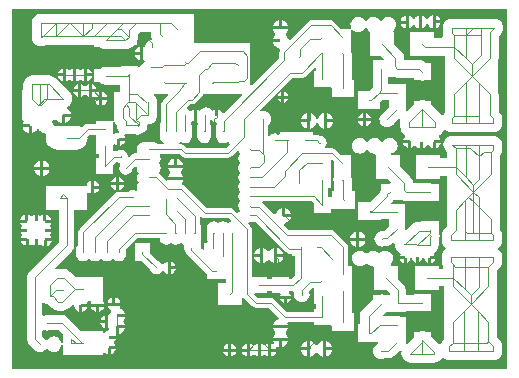
<source format=gtl>
G04*
G04 #@! TF.GenerationSoftware,Altium Limited,Altium Designer,20.0.2 (26)*
G04*
G04 Layer_Physical_Order=1*
G04 Layer_Color=255*
%FSLAX44Y44*%
%MOMM*%
G71*
G01*
G75*
G36*
X739290Y1230630D02*
X320290D01*
Y1535630D01*
X739290D01*
Y1230630D01*
D02*
G37*
%LPC*%
G36*
X664270Y1529776D02*
X663378Y1529599D01*
X661546Y1528374D01*
X660804Y1527263D01*
X659276D01*
X658534Y1528374D01*
X656702Y1529599D01*
X655810Y1529776D01*
Y1524380D01*
Y1518984D01*
X656702Y1519162D01*
X658534Y1520386D01*
X659276Y1521497D01*
X660804D01*
X661546Y1520386D01*
X663378Y1519162D01*
X664270Y1518984D01*
Y1524380D01*
Y1529776D01*
D02*
G37*
G36*
X676020Y1530026D02*
X675128Y1529849D01*
X673296Y1528624D01*
X672072Y1526792D01*
X672038Y1526621D01*
X670903Y1526551D01*
X670734Y1526578D01*
X669534Y1528374D01*
X667702Y1529599D01*
X666810Y1529776D01*
Y1524380D01*
Y1518984D01*
X667702Y1519162D01*
X669534Y1520386D01*
X670759Y1522218D01*
X670792Y1522389D01*
X671927Y1522459D01*
X672096Y1522432D01*
X673296Y1520636D01*
X675128Y1519411D01*
X676020Y1519234D01*
Y1524630D01*
Y1530026D01*
D02*
G37*
G36*
X678560D02*
Y1525900D01*
X682686D01*
X682509Y1526792D01*
X681284Y1528624D01*
X679452Y1529849D01*
X678560Y1530026D01*
D02*
G37*
G36*
X653270Y1529776D02*
X652378Y1529599D01*
X650546Y1528374D01*
X649322Y1526542D01*
X649144Y1525650D01*
X653270D01*
Y1529776D01*
D02*
G37*
G36*
X548560Y1526059D02*
Y1520900D01*
X553719D01*
X553662Y1521337D01*
X553003Y1522928D01*
X551954Y1524294D01*
X550588Y1525343D01*
X548997Y1526002D01*
X548560Y1526059D01*
D02*
G37*
G36*
X546020D02*
X545583Y1526002D01*
X543992Y1525343D01*
X542626Y1524294D01*
X541577Y1522928D01*
X540918Y1521337D01*
X540861Y1520900D01*
X546020D01*
Y1526059D01*
D02*
G37*
G36*
X682686Y1523360D02*
X678560D01*
Y1519234D01*
X679452Y1519411D01*
X681284Y1520636D01*
X682509Y1522468D01*
X682686Y1523360D01*
D02*
G37*
G36*
X653270Y1523110D02*
X649144D01*
X649322Y1522218D01*
X650546Y1520386D01*
X652378Y1519162D01*
X653270Y1518984D01*
Y1523110D01*
D02*
G37*
G36*
X428020Y1503026D02*
X427128Y1502849D01*
X425296Y1501624D01*
X424072Y1499792D01*
X423894Y1498900D01*
X428020D01*
Y1503026D01*
D02*
G37*
G36*
Y1496360D02*
X423894D01*
X424072Y1495468D01*
X425296Y1493636D01*
X427128Y1492411D01*
X428020Y1492234D01*
Y1496360D01*
D02*
G37*
G36*
X381020Y1485026D02*
X380128Y1484849D01*
X378296Y1483624D01*
X377284D01*
X375452Y1484849D01*
X374560Y1485026D01*
Y1479630D01*
Y1474234D01*
X375452Y1474411D01*
X377284Y1475636D01*
X378296D01*
X380128Y1474411D01*
X381020Y1474234D01*
Y1479630D01*
Y1485026D01*
D02*
G37*
G36*
X372020D02*
X371128Y1484849D01*
X369296Y1483624D01*
X368284D01*
X366452Y1484849D01*
X365560Y1485026D01*
Y1479630D01*
Y1474234D01*
X366452Y1474411D01*
X368284Y1475636D01*
X369296D01*
X371128Y1474411D01*
X372020Y1474234D01*
Y1479630D01*
Y1485026D01*
D02*
G37*
G36*
X383560D02*
Y1480900D01*
X387686D01*
X387509Y1481792D01*
X386284Y1483624D01*
X384452Y1484849D01*
X383560Y1485026D01*
D02*
G37*
G36*
X363020D02*
X362128Y1484849D01*
X360296Y1483624D01*
X359071Y1481792D01*
X358894Y1480900D01*
X363020D01*
Y1485026D01*
D02*
G37*
G36*
X387686Y1478360D02*
X383560D01*
Y1474234D01*
X384452Y1474411D01*
X386284Y1475636D01*
X387509Y1477468D01*
X387686Y1478360D01*
D02*
G37*
G36*
X363020D02*
X358894D01*
X359071Y1477468D01*
X360296Y1475636D01*
X362128Y1474411D01*
X363020Y1474234D01*
Y1478360D01*
D02*
G37*
G36*
X385020Y1472026D02*
X384128Y1471849D01*
X382296Y1470624D01*
X381284D01*
X379452Y1471849D01*
X378560Y1472026D01*
Y1466630D01*
Y1461234D01*
X379452Y1461411D01*
X381284Y1462636D01*
X382296D01*
X384128Y1461411D01*
X385020Y1461234D01*
Y1466630D01*
Y1472026D01*
D02*
G37*
G36*
X387560D02*
Y1467900D01*
X391686D01*
X391509Y1468792D01*
X390284Y1470624D01*
X388452Y1471849D01*
X387560Y1472026D01*
D02*
G37*
G36*
X376020D02*
X375128Y1471849D01*
X373296Y1470624D01*
X372071Y1468792D01*
X371894Y1467900D01*
X376020D01*
Y1472026D01*
D02*
G37*
G36*
X550560Y1465006D02*
Y1461900D01*
X553666D01*
X553567Y1462401D01*
X552563Y1463903D01*
X551061Y1464907D01*
X550560Y1465006D01*
D02*
G37*
G36*
X548020D02*
X547519Y1464907D01*
X546017Y1463903D01*
X545013Y1462401D01*
X544914Y1461900D01*
X548020D01*
Y1465006D01*
D02*
G37*
G36*
X376020Y1465360D02*
X371894D01*
X372071Y1464468D01*
X373296Y1462636D01*
X375128Y1461411D01*
X376020Y1461234D01*
Y1465360D01*
D02*
G37*
G36*
X396560Y1465026D02*
Y1460900D01*
X400686D01*
X400509Y1461792D01*
X399284Y1463624D01*
X397452Y1464849D01*
X396560Y1465026D01*
D02*
G37*
G36*
X391788Y1465360D02*
X387560D01*
Y1461234D01*
X388452Y1461411D01*
X388739Y1461604D01*
X389792Y1460900D01*
X394020D01*
Y1465026D01*
X393128Y1464849D01*
X392841Y1464656D01*
X391788Y1465360D01*
D02*
G37*
G36*
X553666Y1459360D02*
X550560D01*
Y1456254D01*
X551061Y1456353D01*
X552563Y1457357D01*
X553567Y1458859D01*
X553666Y1459360D01*
D02*
G37*
G36*
X548020D02*
X544914D01*
X545013Y1458859D01*
X546017Y1457357D01*
X547519Y1456353D01*
X548020Y1456254D01*
Y1459360D01*
D02*
G37*
G36*
X400686Y1458360D02*
X396560D01*
Y1454234D01*
X397452Y1454411D01*
X399284Y1455636D01*
X400509Y1457468D01*
X400686Y1458360D01*
D02*
G37*
G36*
X394020D02*
X389894D01*
X390071Y1457468D01*
X391296Y1455636D01*
X393128Y1454411D01*
X394020Y1454234D01*
Y1458360D01*
D02*
G37*
G36*
X619810Y1447276D02*
Y1443150D01*
X623936D01*
X623759Y1444042D01*
X622534Y1445874D01*
X620702Y1447099D01*
X619810Y1447276D01*
D02*
G37*
G36*
X617270D02*
X616378Y1447099D01*
X614546Y1445874D01*
X613321Y1444042D01*
X613144Y1443150D01*
X617270D01*
Y1447276D01*
D02*
G37*
G36*
X584020Y1447059D02*
X583583Y1447002D01*
X581992Y1446343D01*
X580626Y1445294D01*
X579577Y1443928D01*
X578918Y1442337D01*
X577662D01*
X577003Y1443928D01*
X575954Y1445294D01*
X574588Y1446343D01*
X572997Y1447002D01*
X572560Y1447059D01*
Y1440630D01*
Y1434201D01*
X572997Y1434258D01*
X574588Y1434917D01*
X575954Y1435966D01*
X577003Y1437332D01*
X577662Y1438923D01*
X578918D01*
X579577Y1437332D01*
X580626Y1435966D01*
X581992Y1434917D01*
X583583Y1434258D01*
X584020Y1434201D01*
Y1440630D01*
Y1447059D01*
D02*
G37*
G36*
X586560D02*
Y1441900D01*
X591719D01*
X591662Y1442337D01*
X591003Y1443928D01*
X589954Y1445294D01*
X588588Y1446343D01*
X586997Y1447002D01*
X586560Y1447059D01*
D02*
G37*
G36*
X570020D02*
X569583Y1447002D01*
X567992Y1446343D01*
X566626Y1445294D01*
X565577Y1443928D01*
X564918Y1442337D01*
X564861Y1441900D01*
X570020D01*
Y1447059D01*
D02*
G37*
G36*
X369719Y1444360D02*
X364560D01*
Y1439201D01*
X364997Y1439258D01*
X366588Y1439917D01*
X367954Y1440966D01*
X369003Y1442332D01*
X369662Y1443923D01*
X369719Y1444360D01*
D02*
G37*
G36*
X623936Y1440610D02*
X619810D01*
Y1436484D01*
X620702Y1436661D01*
X622534Y1437886D01*
X623759Y1439718D01*
X623936Y1440610D01*
D02*
G37*
G36*
X617270D02*
X613144D01*
X613321Y1439718D01*
X614546Y1437886D01*
X616378Y1436661D01*
X617270Y1436484D01*
Y1440610D01*
D02*
G37*
G36*
X591719Y1439360D02*
X586560D01*
Y1434201D01*
X586997Y1434258D01*
X588588Y1434917D01*
X589954Y1435966D01*
X591003Y1437332D01*
X591662Y1438923D01*
X591719Y1439360D01*
D02*
G37*
G36*
X570020D02*
X564861D01*
X564918Y1438923D01*
X565577Y1437332D01*
X566626Y1435966D01*
X567992Y1434917D01*
X569583Y1434258D01*
X570020Y1434201D01*
Y1439360D01*
D02*
G37*
G36*
X445027Y1531551D02*
X414318D01*
X412349Y1531292D01*
X412213Y1531235D01*
X344290D01*
X342322Y1530976D01*
X340488Y1530216D01*
X338912Y1529008D01*
X337704Y1527433D01*
X336944Y1525598D01*
X336685Y1523630D01*
Y1511630D01*
X336944Y1509662D01*
X337704Y1507827D01*
X338912Y1506252D01*
X340488Y1505044D01*
X342322Y1504284D01*
X344290Y1504025D01*
X345290D01*
X347258Y1504284D01*
X349047Y1505025D01*
X389750D01*
Y1503378D01*
X394124D01*
X395488Y1502332D01*
X397322Y1501572D01*
X399290Y1501313D01*
X416029D01*
X417997Y1501572D01*
X419832Y1502332D01*
X421407Y1503540D01*
X422842Y1504976D01*
X426057D01*
Y1509121D01*
X426418Y1509992D01*
X426677Y1511961D01*
Y1514394D01*
X428624Y1516340D01*
X437685D01*
Y1513911D01*
X437944Y1511942D01*
X438532Y1510523D01*
X438474Y1510224D01*
X438069Y1509449D01*
X437813Y1509184D01*
X436128Y1508849D01*
X434296Y1507624D01*
X433071Y1505792D01*
X432641Y1503630D01*
X432679Y1503439D01*
X431623Y1502734D01*
X431452Y1502849D01*
X430560Y1503026D01*
Y1497630D01*
Y1492234D01*
X431452Y1492411D01*
X431548Y1492476D01*
X432357Y1491489D01*
X427332Y1486464D01*
X426063Y1486960D01*
Y1486960D01*
X421917D01*
X421046Y1487321D01*
X419077Y1487580D01*
X417109Y1487321D01*
X416238Y1486960D01*
X412093D01*
Y1486523D01*
X399290D01*
X397322Y1486264D01*
X395488Y1485504D01*
X394124Y1484458D01*
X389750D01*
Y1473378D01*
X394124D01*
X395488Y1472332D01*
X397322Y1471572D01*
X399290Y1471313D01*
X411449D01*
Y1464740D01*
X406274D01*
Y1452455D01*
X406208Y1451960D01*
Y1443024D01*
X406468Y1441056D01*
X407227Y1439221D01*
X408436Y1437646D01*
X408685Y1437397D01*
Y1437033D01*
X408944Y1435065D01*
X409704Y1433230D01*
X410646Y1432003D01*
X410460Y1431362D01*
X410195Y1430858D01*
X410087Y1430738D01*
X408128Y1430349D01*
X406545Y1429291D01*
X405275Y1429708D01*
Y1440600D01*
X391305D01*
Y1438259D01*
X383970D01*
X383970Y1438259D01*
X382198Y1437907D01*
X380697Y1436903D01*
X378931Y1435137D01*
X378857Y1435194D01*
X376416Y1436205D01*
X373797Y1436550D01*
X358783D01*
X356164Y1436205D01*
X355965Y1436122D01*
X354834Y1437029D01*
X354662Y1438337D01*
X354003Y1439928D01*
X353834Y1440148D01*
X354460Y1441418D01*
X358278D01*
X358626Y1440966D01*
X359992Y1439917D01*
X361583Y1439258D01*
X362020Y1439201D01*
Y1445630D01*
X363290D01*
Y1446900D01*
X369719D01*
X369662Y1447337D01*
X369003Y1448928D01*
X367954Y1450294D01*
X366822Y1451164D01*
X366707Y1451510D01*
X366678Y1451978D01*
X366772Y1452641D01*
X367996Y1453581D01*
X368668Y1454252D01*
X369876Y1455827D01*
X370636Y1457662D01*
X370895Y1459630D01*
X370636Y1461598D01*
X369876Y1463432D01*
X368668Y1465008D01*
X356668Y1477008D01*
X355093Y1478216D01*
X353258Y1478976D01*
X351290Y1479235D01*
X337290D01*
X335322Y1478976D01*
X333488Y1478216D01*
X331912Y1477008D01*
X330704Y1475432D01*
X329944Y1473598D01*
X329685Y1471630D01*
Y1466499D01*
X328250D01*
Y1441418D01*
X329120D01*
X329746Y1440148D01*
X329577Y1439928D01*
X328918Y1438337D01*
X328861Y1437900D01*
X335290D01*
Y1436630D01*
X336560D01*
Y1430201D01*
X336997Y1430258D01*
X338588Y1430917D01*
X339954Y1431966D01*
X341003Y1433332D01*
X341103Y1433573D01*
X342477D01*
X342577Y1433332D01*
X343626Y1431966D01*
X344992Y1430917D01*
X346583Y1430258D01*
X348054Y1430065D01*
X348625Y1429458D01*
X348981Y1428844D01*
X348663Y1426430D01*
X349008Y1423811D01*
X350019Y1421370D01*
X351627Y1419274D01*
X353723Y1417666D01*
X356164Y1416655D01*
X358783Y1416310D01*
X373797D01*
X376416Y1416655D01*
X378857Y1417666D01*
X380953Y1419274D01*
X382561Y1421370D01*
X383572Y1423811D01*
X383917Y1426430D01*
X383847Y1426961D01*
X385887Y1429001D01*
X391305D01*
Y1412660D01*
X393661D01*
Y1409610D01*
X391305D01*
Y1395640D01*
X405275D01*
Y1403064D01*
X407830Y1405618D01*
X409819D01*
X410128Y1405411D01*
X411158Y1405207D01*
X411742Y1403795D01*
X411071Y1402792D01*
X410642Y1400630D01*
X411071Y1398468D01*
X412296Y1396636D01*
X414128Y1395411D01*
X416290Y1394982D01*
X418452Y1395411D01*
X420284Y1396636D01*
X421509Y1398468D01*
X421716Y1399509D01*
X424514Y1402307D01*
X425684Y1401682D01*
X425502Y1400764D01*
X425931Y1398602D01*
X427156Y1396770D01*
Y1396758D01*
X425931Y1394926D01*
X425502Y1392764D01*
X425931Y1390603D01*
X427156Y1388770D01*
Y1388758D01*
X425931Y1386926D01*
X425502Y1384764D01*
X425931Y1382603D01*
X426191Y1382213D01*
X425276Y1381298D01*
X424452Y1381848D01*
X422290Y1382278D01*
X420128Y1381848D01*
X418483Y1380749D01*
X410290D01*
X408714Y1380436D01*
X407377Y1379543D01*
X377377Y1349543D01*
X376484Y1348206D01*
X376171Y1346630D01*
Y1335785D01*
X375712Y1335478D01*
X374308Y1333378D01*
X373816Y1330900D01*
Y1328360D01*
X374308Y1325882D01*
X375712Y1323782D01*
X377812Y1322378D01*
X380290Y1321886D01*
X382768Y1322378D01*
X384868Y1323782D01*
X385712D01*
X387812Y1322378D01*
X390290Y1321886D01*
X392768Y1322378D01*
X394868Y1323782D01*
X395712D01*
X397812Y1322378D01*
X400290Y1321886D01*
X402768Y1322378D01*
X404868Y1323782D01*
X405712D01*
X407812Y1322378D01*
X410290Y1321886D01*
X412768Y1322378D01*
X414868Y1323782D01*
X416272Y1325882D01*
X416764Y1328360D01*
Y1330900D01*
X416474Y1332360D01*
X425759Y1341645D01*
X445001D01*
Y1341264D01*
X445431Y1339102D01*
X446656Y1337270D01*
X448488Y1336046D01*
X450650Y1335616D01*
X452812Y1336046D01*
X454644Y1337270D01*
X454656D01*
X456488Y1336046D01*
X458650Y1335616D01*
X460812Y1336046D01*
X462644Y1337270D01*
X462656D01*
X464488Y1336046D01*
X465425Y1335859D01*
X466003Y1334449D01*
X465642Y1332630D01*
X466072Y1330468D01*
X467296Y1328636D01*
X469128Y1327411D01*
X469342Y1327369D01*
X485320Y1311391D01*
Y1306645D01*
X501136D01*
Y1303171D01*
X494249D01*
Y1285091D01*
X514329D01*
Y1291248D01*
X515599Y1291634D01*
X515877Y1291217D01*
X523377Y1283717D01*
X524714Y1282824D01*
X526290Y1282511D01*
X537584D01*
X545920Y1274175D01*
X545381Y1272918D01*
X543992Y1272343D01*
X542626Y1271294D01*
X541577Y1269928D01*
X540918Y1268337D01*
X540861Y1267900D01*
X553719D01*
X553662Y1268337D01*
X553217Y1269410D01*
X553910Y1270680D01*
X575695D01*
Y1267814D01*
X589665D01*
X590684Y1267207D01*
Y1262788D01*
X599729D01*
X600224Y1262723D01*
X600718Y1262788D01*
X609763D01*
Y1277868D01*
X607947D01*
Y1296127D01*
X608065Y1297025D01*
X607806Y1298993D01*
X607445Y1299864D01*
Y1304010D01*
Y1317980D01*
X604579D01*
Y1333710D01*
X604266Y1335286D01*
X603373Y1336623D01*
X592703Y1347293D01*
X591366Y1348186D01*
X589790Y1348499D01*
X554696D01*
X550588Y1352608D01*
X551043Y1353949D01*
X551497Y1354008D01*
X553088Y1354667D01*
X554454Y1355716D01*
X555503Y1357082D01*
X556162Y1358673D01*
X556219Y1359110D01*
X549790D01*
Y1360380D01*
X548520D01*
Y1366809D01*
X548083Y1366752D01*
X546492Y1366093D01*
X545126Y1365044D01*
X544077Y1363678D01*
X543418Y1362087D01*
X543358Y1361633D01*
X542018Y1361178D01*
X532093Y1371103D01*
X531685Y1371375D01*
X532071Y1372645D01*
X573624D01*
X575695Y1370574D01*
Y1362430D01*
X589665D01*
Y1376400D01*
X587819D01*
Y1384020D01*
X589665D01*
Y1397990D01*
Y1407525D01*
X590838Y1408011D01*
X592715Y1406134D01*
Y1393844D01*
X592355Y1392973D01*
X592095Y1391005D01*
X592355Y1389036D01*
X592640Y1388347D01*
Y1381418D01*
X591250D01*
Y1366338D01*
X600296D01*
X600790Y1366273D01*
X601284Y1366338D01*
X610330D01*
Y1381418D01*
X607850D01*
Y1390460D01*
X607591Y1392428D01*
X607146Y1393503D01*
X606832Y1394262D01*
X606685Y1394453D01*
Y1397990D01*
Y1411960D01*
X598541D01*
X594127Y1416373D01*
X592791Y1417266D01*
X591215Y1417580D01*
X585689D01*
X585094Y1418850D01*
X586009Y1420218D01*
X586438Y1422380D01*
X586009Y1424542D01*
X584784Y1426374D01*
X582952Y1427599D01*
X581032Y1427980D01*
X580020Y1428657D01*
X578249Y1429009D01*
X578249Y1429009D01*
X574760D01*
Y1431365D01*
X546820D01*
Y1429793D01*
X545550Y1429114D01*
X544452Y1429849D01*
X542290Y1430278D01*
X540128Y1429849D01*
X538296Y1428624D01*
X537929Y1428075D01*
X536659Y1428461D01*
Y1437297D01*
X537204Y1437716D01*
X538253Y1439082D01*
X538912Y1440673D01*
X539136Y1442380D01*
X538912Y1444087D01*
X538253Y1445678D01*
X537204Y1447044D01*
X535838Y1448093D01*
X534247Y1448752D01*
X532540Y1448976D01*
X530833Y1448752D01*
X530338Y1448547D01*
X529618Y1449623D01*
X556996Y1477001D01*
X565120D01*
X566697Y1477315D01*
X568033Y1478208D01*
X576348Y1486523D01*
X577521Y1486037D01*
Y1483150D01*
X575675D01*
Y1469180D01*
X589645D01*
Y1469180D01*
X590750Y1468781D01*
Y1460588D01*
X599796D01*
X600290Y1460523D01*
X600784Y1460588D01*
X609830D01*
Y1475668D01*
X607590D01*
Y1497450D01*
X607331Y1499418D01*
X606665Y1501025D01*
Y1504740D01*
Y1517637D01*
X606666Y1517938D01*
X607414Y1518192D01*
D01*
X607414D01*
X608474Y1517668D01*
X608476Y1517666D01*
X609842Y1516617D01*
X611433Y1515958D01*
X613140Y1515734D01*
X614847Y1515958D01*
X616438Y1516617D01*
X617804Y1517666D01*
X618788Y1518947D01*
X619469Y1519037D01*
X619510D01*
X620192Y1518947D01*
X621176Y1517666D01*
X622443Y1516693D01*
X622750Y1516098D01*
X622982Y1515517D01*
X622983Y1515060D01*
Y1495326D01*
X632547D01*
X634806Y1493068D01*
X634320Y1491895D01*
X625320D01*
Y1477925D01*
X625891D01*
Y1469299D01*
X622760Y1466168D01*
X612750D01*
Y1451088D01*
X631830D01*
Y1457099D01*
X632933Y1458201D01*
X639305D01*
Y1452729D01*
X633989Y1447413D01*
X632876Y1446559D01*
X631827Y1445193D01*
X631168Y1443602D01*
X630944Y1441895D01*
X631168Y1440187D01*
X631827Y1438596D01*
X632876Y1437230D01*
X634242Y1436182D01*
X635833Y1435523D01*
X637540Y1435298D01*
X639247Y1435523D01*
X640838Y1436182D01*
X642204Y1437230D01*
X643059Y1438344D01*
X647565Y1442850D01*
X647968Y1442810D01*
X648320Y1442463D01*
X648891Y1441443D01*
X648685Y1439880D01*
Y1435630D01*
X648944Y1433662D01*
X649704Y1431828D01*
X650912Y1430252D01*
X652487Y1429044D01*
X652822Y1428905D01*
X652946Y1427641D01*
X652546Y1427374D01*
X651321Y1425542D01*
X651144Y1424650D01*
X656540D01*
Y1423380D01*
X657810D01*
Y1417984D01*
X658702Y1418161D01*
X660534Y1419386D01*
X660686Y1419614D01*
X661956D01*
X662276Y1419136D01*
X664108Y1417911D01*
X665000Y1417734D01*
Y1423130D01*
X667540D01*
Y1417734D01*
X668432Y1417911D01*
X670264Y1419136D01*
X671189Y1420521D01*
X671203Y1420526D01*
X672587D01*
X672601Y1420521D01*
X673526Y1419136D01*
X675358Y1417911D01*
X676250Y1417734D01*
Y1423130D01*
X677520D01*
Y1424400D01*
X682916D01*
X682739Y1425292D01*
X681514Y1427124D01*
X681232Y1427313D01*
X681373Y1428746D01*
X682093Y1429044D01*
X683668Y1430252D01*
X684876Y1431828D01*
X685412Y1433121D01*
X685843Y1433318D01*
X686766Y1433384D01*
X686822Y1433370D01*
X686912Y1433252D01*
X688487Y1432044D01*
X690322Y1431284D01*
X692290Y1431025D01*
X727290D01*
X729258Y1431284D01*
X731093Y1432044D01*
X732668Y1433252D01*
X733876Y1434828D01*
X734636Y1436662D01*
X734895Y1438630D01*
Y1442950D01*
X734636Y1444918D01*
X733876Y1446753D01*
X732668Y1448328D01*
X731895Y1449100D01*
Y1463630D01*
X731830Y1464124D01*
Y1493136D01*
X731895Y1493630D01*
Y1512480D01*
X733668Y1514252D01*
X734876Y1515827D01*
X735191Y1516587D01*
X735636Y1517662D01*
X735895Y1519630D01*
X735636Y1521598D01*
X735191Y1522673D01*
X734876Y1523432D01*
X733668Y1525008D01*
X732093Y1526216D01*
X731333Y1526531D01*
X730258Y1526976D01*
X728290Y1527235D01*
X692290D01*
X690322Y1526976D01*
X688487Y1526216D01*
X686912Y1525008D01*
X685704Y1523432D01*
X684944Y1521598D01*
X684685Y1519630D01*
Y1515310D01*
X684944Y1513342D01*
X685291Y1512505D01*
X684442Y1511235D01*
X677593D01*
Y1515646D01*
X657273D01*
Y1495326D01*
X677593D01*
Y1496025D01*
X686685D01*
Y1493630D01*
X686750Y1493136D01*
Y1464124D01*
X686685Y1463630D01*
Y1448031D01*
X685704Y1446753D01*
X685149Y1445413D01*
X683771Y1445123D01*
X683668Y1445258D01*
X674580Y1454345D01*
Y1457920D01*
X669997D01*
X669258Y1458226D01*
X667290Y1458485D01*
X665322Y1458226D01*
X664583Y1457920D01*
X660000D01*
Y1454345D01*
X654448Y1448793D01*
X653275Y1449280D01*
Y1457630D01*
Y1471600D01*
X639305D01*
X638718Y1472626D01*
Y1477925D01*
X643435D01*
X644306Y1477564D01*
X646275Y1477305D01*
X660000D01*
Y1475340D01*
X664333D01*
X665072Y1475034D01*
X667040Y1474775D01*
X667290D01*
X669258Y1475034D01*
X669997Y1475340D01*
X674580D01*
Y1480277D01*
X674636Y1480412D01*
X674895Y1482380D01*
X674636Y1484348D01*
X674580Y1484483D01*
Y1489420D01*
X670755D01*
X669888Y1490287D01*
X668313Y1491496D01*
X666479Y1492256D01*
X664510Y1492515D01*
X651935D01*
Y1494299D01*
X651675Y1496268D01*
X650916Y1498102D01*
X649707Y1499677D01*
X643303Y1506082D01*
Y1515646D01*
X642659D01*
X642228Y1516916D01*
X643204Y1517666D01*
X644253Y1519032D01*
X644912Y1520623D01*
X645136Y1522330D01*
X644912Y1524037D01*
X644253Y1525628D01*
X643204Y1526994D01*
X641838Y1528043D01*
X640247Y1528702D01*
X638540Y1528927D01*
X636833Y1528702D01*
X635242Y1528043D01*
X633876Y1526994D01*
X632892Y1525713D01*
X632211Y1525623D01*
X632169D01*
X631488Y1525713D01*
X630504Y1526994D01*
X629138Y1528043D01*
X627547Y1528702D01*
X625840Y1528927D01*
X624133Y1528702D01*
X622542Y1528043D01*
X621176Y1526994D01*
X620192Y1525713D01*
X619510Y1525623D01*
X619469D01*
X618788Y1525713D01*
X617804Y1526994D01*
X616438Y1528043D01*
X614847Y1528702D01*
X613140Y1528927D01*
X611433Y1528702D01*
X609842Y1528043D01*
X608476Y1526994D01*
X607427Y1525628D01*
X606768Y1524037D01*
X606544Y1522330D01*
X606768Y1520623D01*
X606815Y1520510D01*
X606674Y1519283D01*
X606186Y1518710D01*
X605765Y1518710D01*
X605765Y1518710D01*
X605715Y1518710D01*
X598521D01*
X592688Y1524543D01*
X591352Y1525436D01*
X589775Y1525749D01*
X573251D01*
X571675Y1525436D01*
X570339Y1524543D01*
X555081Y1509285D01*
X553740Y1509740D01*
X553662Y1510337D01*
X553003Y1511928D01*
X551954Y1513294D01*
X551693Y1513495D01*
Y1514765D01*
X551954Y1514966D01*
X553003Y1516332D01*
X553662Y1517923D01*
X553719Y1518360D01*
X540861D01*
X540918Y1517923D01*
X541577Y1516332D01*
X542626Y1514966D01*
X542887Y1514765D01*
Y1513495D01*
X542626Y1513294D01*
X541577Y1511928D01*
X540918Y1510337D01*
X540861Y1509900D01*
X547290D01*
Y1507360D01*
X540861D01*
X540918Y1506923D01*
X541577Y1505332D01*
X542626Y1503966D01*
X543992Y1502917D01*
X545583Y1502258D01*
X546244Y1502171D01*
X546861Y1500809D01*
X546484Y1500245D01*
X546171Y1498669D01*
Y1493630D01*
X522824Y1470284D01*
X521651Y1470770D01*
X521651Y1506630D01*
X474330D01*
Y1531170D01*
X454784D01*
X454290Y1531235D01*
X447131D01*
X446995Y1531292D01*
X445027Y1531551D01*
D02*
G37*
G36*
X334020Y1435360D02*
X328861D01*
X328918Y1434923D01*
X329577Y1433332D01*
X330626Y1431966D01*
X331992Y1430917D01*
X333583Y1430258D01*
X334020Y1430201D01*
Y1435360D01*
D02*
G37*
G36*
X639830Y1426176D02*
X638123Y1425952D01*
X636532Y1425293D01*
X635166Y1424244D01*
X634182Y1422963D01*
X633501Y1422873D01*
X633460D01*
X632778Y1422963D01*
X631794Y1424244D01*
X630428Y1425293D01*
X628837Y1425952D01*
X627130Y1426176D01*
X625423Y1425952D01*
X623832Y1425293D01*
X622466Y1424244D01*
X621482Y1422963D01*
X620801Y1422873D01*
X620760D01*
X620078Y1422963D01*
X619094Y1424244D01*
X617728Y1425293D01*
X616137Y1425952D01*
X614430Y1426176D01*
X612723Y1425952D01*
X611132Y1425293D01*
X609766Y1424244D01*
X608717Y1422878D01*
X608058Y1421287D01*
X607834Y1419580D01*
X608058Y1417873D01*
X608717Y1416282D01*
X609766Y1414916D01*
X611132Y1413867D01*
X612723Y1413208D01*
X614430Y1412984D01*
X616137Y1413208D01*
X617728Y1413867D01*
X619094Y1414916D01*
X620078Y1416197D01*
X620760Y1416287D01*
X620801D01*
X621482Y1416197D01*
X622466Y1414916D01*
X623832Y1413867D01*
X625423Y1413208D01*
X626820Y1413024D01*
X627024Y1412997D01*
X627169Y1412941D01*
X627335Y1412763D01*
X627973Y1412057D01*
X627982Y1411815D01*
X627982Y1410696D01*
Y1410696D01*
X627983Y1410647D01*
Y1391520D01*
X637547D01*
X640529Y1388538D01*
X640043Y1387365D01*
X632805D01*
Y1382214D01*
X631920Y1380889D01*
X631843Y1380501D01*
X623260Y1371918D01*
X613250D01*
Y1356838D01*
X632330D01*
Y1357456D01*
X638805D01*
Y1351474D01*
X635158Y1347827D01*
X634054D01*
X631600Y1347339D01*
X630816Y1346815D01*
X630182Y1346553D01*
X628816Y1345504D01*
X627767Y1344138D01*
X627108Y1342547D01*
X626884Y1340840D01*
X627108Y1339133D01*
X627767Y1337542D01*
X628816Y1336176D01*
X630182Y1335127D01*
X631773Y1334468D01*
X633480Y1334244D01*
X635187Y1334468D01*
X636473Y1335001D01*
X637815D01*
X640269Y1335489D01*
X642349Y1336879D01*
X642814Y1337343D01*
X644017Y1336750D01*
X643935Y1336130D01*
X644194Y1334162D01*
X644954Y1332328D01*
X646162Y1330752D01*
X647738Y1329544D01*
X648754Y1329123D01*
X648834Y1329021D01*
X649154Y1327611D01*
X648513Y1326651D01*
X648414Y1326150D01*
X652790D01*
Y1324880D01*
X654060D01*
Y1320504D01*
X654561Y1320603D01*
X656063Y1321607D01*
X657067Y1323109D01*
X657292Y1324244D01*
X658587D01*
X658763Y1323359D01*
X659767Y1321857D01*
X661269Y1320853D01*
X661770Y1320754D01*
Y1325130D01*
X664310D01*
Y1320754D01*
X664811Y1320853D01*
X666313Y1321857D01*
X667317Y1323359D01*
X667667Y1325120D01*
X668911Y1324880D01*
X669263Y1323109D01*
X670267Y1321607D01*
X671769Y1320603D01*
X672270Y1320504D01*
Y1324880D01*
X673540D01*
Y1326150D01*
X677916D01*
X677817Y1326651D01*
X677312Y1327406D01*
X677341Y1328707D01*
X677643Y1329024D01*
X678918Y1330002D01*
X680126Y1331577D01*
X680886Y1333412D01*
X681145Y1335380D01*
Y1339873D01*
X681886Y1341662D01*
X682145Y1343630D01*
X681886Y1345598D01*
X681539Y1346436D01*
X681397Y1347517D01*
Y1348630D01*
X681137Y1350598D01*
X681081Y1350733D01*
Y1355670D01*
X676498D01*
X675760Y1355976D01*
X673792Y1356235D01*
X671823Y1355976D01*
X671085Y1355670D01*
X666501D01*
Y1355235D01*
X664290D01*
X662322Y1354976D01*
X660488Y1354216D01*
X658912Y1353008D01*
X653948Y1348044D01*
X652775Y1348530D01*
Y1356375D01*
Y1370345D01*
X641485D01*
X640999Y1371518D01*
X642380Y1372899D01*
X642712Y1373395D01*
X650743D01*
X651917Y1372909D01*
X653885Y1372650D01*
X672842D01*
X673792Y1372525D01*
X675760Y1372784D01*
X676498Y1373090D01*
X681081D01*
Y1378027D01*
X681137Y1378162D01*
X681397Y1380130D01*
X681137Y1382098D01*
X681081Y1382233D01*
Y1387170D01*
X676675D01*
X675635Y1387601D01*
X673667Y1387860D01*
X659420D01*
Y1388007D01*
X659161Y1389975D01*
X658401Y1391810D01*
X657193Y1393385D01*
X648303Y1402275D01*
Y1411840D01*
X640870D01*
X640787Y1413110D01*
X641537Y1413208D01*
X643128Y1413867D01*
X644494Y1414916D01*
X645543Y1416282D01*
X646202Y1417873D01*
X646426Y1419580D01*
X646202Y1421287D01*
X645543Y1422878D01*
X644494Y1424244D01*
X643128Y1425293D01*
X641537Y1425952D01*
X639830Y1426176D01*
D02*
G37*
G36*
X655270Y1422110D02*
X651144D01*
X651321Y1421218D01*
X652546Y1419386D01*
X654378Y1418161D01*
X655270Y1417984D01*
Y1422110D01*
D02*
G37*
G36*
X682916Y1421860D02*
X678790D01*
Y1417734D01*
X679682Y1417911D01*
X681514Y1419136D01*
X682739Y1420968D01*
X682916Y1421860D01*
D02*
G37*
G36*
X727290Y1428235D02*
X692790D01*
X690822Y1427976D01*
X688988Y1427216D01*
X687412Y1426008D01*
X686204Y1424433D01*
X685444Y1422598D01*
X685185Y1420630D01*
X685444Y1418662D01*
X686204Y1416828D01*
X687412Y1415252D01*
X687979Y1414686D01*
Y1409285D01*
X682593D01*
Y1411840D01*
X662273D01*
Y1391520D01*
X682593D01*
Y1394075D01*
X688044D01*
Y1366124D01*
X687979Y1365630D01*
Y1351394D01*
X685912Y1349328D01*
X684704Y1347753D01*
X683944Y1345918D01*
X683685Y1343950D01*
Y1339630D01*
X683944Y1337662D01*
X684704Y1335827D01*
X685912Y1334252D01*
X687025Y1333399D01*
X687114Y1333172D01*
Y1332088D01*
X687025Y1331861D01*
X685912Y1331008D01*
X684704Y1329433D01*
X683944Y1327598D01*
X683685Y1325630D01*
Y1321310D01*
X683944Y1319342D01*
X684704Y1317507D01*
X685129Y1316953D01*
X684503Y1315683D01*
X681113D01*
Y1318237D01*
X660792D01*
Y1297917D01*
X681113D01*
Y1300473D01*
X685706D01*
X685750Y1300136D01*
Y1271124D01*
X685685Y1270630D01*
Y1256100D01*
X684912Y1255328D01*
X683704Y1253753D01*
X683008Y1252073D01*
X682446Y1251819D01*
X681629Y1251657D01*
X674580Y1258705D01*
Y1262280D01*
X669997D01*
X669258Y1262586D01*
X667290Y1262845D01*
X665322Y1262586D01*
X664583Y1262280D01*
X660000D01*
Y1257343D01*
X659944Y1257208D01*
X659918Y1257014D01*
X654338Y1251433D01*
X653165Y1251919D01*
Y1264975D01*
X653526Y1265846D01*
X653785Y1267815D01*
X653526Y1269783D01*
X653165Y1270654D01*
Y1274800D01*
X649020D01*
X648148Y1275161D01*
X646180Y1275420D01*
X634449D01*
X633963Y1276593D01*
X636615Y1279245D01*
X653800D01*
Y1280072D01*
X660000D01*
Y1279700D01*
X674580D01*
Y1293780D01*
X660000D01*
Y1292898D01*
X653800D01*
Y1293215D01*
X653228D01*
Y1297925D01*
X652740Y1300380D01*
X651349Y1302460D01*
X646823Y1306987D01*
Y1318237D01*
X640910D01*
X640478Y1319507D01*
X640684Y1319666D01*
X641733Y1321032D01*
X642392Y1322623D01*
X642616Y1324330D01*
X642392Y1326037D01*
X641733Y1327628D01*
X640684Y1328994D01*
X639318Y1330043D01*
X637727Y1330702D01*
X636020Y1330926D01*
X634313Y1330702D01*
X632722Y1330043D01*
X631840Y1329366D01*
X630940Y1329112D01*
X630040Y1329366D01*
X629158Y1330043D01*
X627567Y1330702D01*
X625860Y1330926D01*
X624153Y1330702D01*
X622562Y1330043D01*
X621196Y1328994D01*
X620945Y1328668D01*
X619345D01*
X619094Y1328994D01*
X617728Y1330043D01*
X616137Y1330702D01*
X614430Y1330926D01*
X612723Y1330702D01*
X611132Y1330043D01*
X609766Y1328994D01*
X608717Y1327628D01*
X608058Y1326037D01*
X607834Y1324330D01*
X608058Y1322623D01*
X608717Y1321032D01*
X609766Y1319666D01*
X611132Y1318617D01*
X612723Y1317958D01*
X614430Y1317734D01*
X616137Y1317958D01*
X617728Y1318617D01*
X619094Y1319666D01*
X619345Y1319992D01*
X620945D01*
X621196Y1319666D01*
X622562Y1318617D01*
X624153Y1317958D01*
X625860Y1317734D01*
X626502Y1317170D01*
Y1297917D01*
X637753D01*
X640401Y1295269D01*
Y1293215D01*
X635684D01*
X634813Y1293576D01*
X632845Y1293835D01*
X630876Y1293576D01*
X630005Y1293215D01*
X625860D01*
Y1290000D01*
X616846Y1280986D01*
X615637Y1279411D01*
X614878Y1277577D01*
X614618Y1275609D01*
Y1268368D01*
X612683D01*
Y1253288D01*
X621729D01*
X622224Y1253223D01*
X624224D01*
X624718Y1253288D01*
X629419D01*
X629561Y1253083D01*
X629552Y1252217D01*
X629172Y1251411D01*
X628912Y1251303D01*
X627546Y1250254D01*
X626497Y1248888D01*
X625838Y1247297D01*
X625614Y1245590D01*
X625838Y1243883D01*
X626497Y1242292D01*
X627546Y1240926D01*
X628912Y1239877D01*
X630503Y1239218D01*
X632210Y1238994D01*
X633917Y1239218D01*
X635203Y1239751D01*
X638499D01*
X640954Y1240239D01*
X643034Y1241629D01*
X648073Y1246668D01*
X649152Y1246572D01*
X649929Y1245484D01*
X649685Y1243630D01*
X649944Y1241662D01*
X650704Y1239827D01*
X651912Y1238252D01*
X653487Y1237044D01*
X655322Y1236284D01*
X657290Y1236025D01*
X677290D01*
X679258Y1236284D01*
X681093Y1237044D01*
X682668Y1238252D01*
X683757Y1239672D01*
X684107Y1239848D01*
X685303Y1239953D01*
X686488Y1239044D01*
X688322Y1238284D01*
X690290Y1238025D01*
X727290D01*
X729258Y1238284D01*
X731093Y1239044D01*
X732668Y1240252D01*
X733876Y1241827D01*
X734636Y1243662D01*
X734895Y1245630D01*
Y1250170D01*
X734636Y1252138D01*
X733876Y1253972D01*
X732668Y1255548D01*
X730895Y1257320D01*
Y1270630D01*
X730830Y1271124D01*
Y1300136D01*
X730895Y1300630D01*
Y1314160D01*
X732668Y1315932D01*
X733876Y1317507D01*
X734636Y1319342D01*
X734895Y1321310D01*
Y1325630D01*
X734636Y1327598D01*
X733876Y1329433D01*
X732668Y1331008D01*
X731555Y1331861D01*
X731466Y1332088D01*
Y1333172D01*
X731555Y1333399D01*
X732668Y1334252D01*
X733876Y1335827D01*
X734636Y1337662D01*
X734895Y1339630D01*
Y1343950D01*
X734636Y1345918D01*
X733876Y1347753D01*
X733189Y1348648D01*
Y1357336D01*
X733124Y1357830D01*
Y1395136D01*
X733189Y1395630D01*
Y1411612D01*
X733876Y1412507D01*
X734636Y1414342D01*
X734895Y1416310D01*
Y1420630D01*
X734636Y1422598D01*
X733876Y1424433D01*
X732668Y1426008D01*
X731093Y1427216D01*
X729258Y1427976D01*
X727290Y1428235D01*
D02*
G37*
G36*
X346560Y1407059D02*
Y1401900D01*
X351719D01*
X351662Y1402337D01*
X351003Y1403928D01*
X349954Y1405294D01*
X348588Y1406343D01*
X346997Y1407002D01*
X346560Y1407059D01*
D02*
G37*
G36*
X344020D02*
X343583Y1407002D01*
X341992Y1406343D01*
X340626Y1405294D01*
X339577Y1403928D01*
X338918Y1402337D01*
X338861Y1401900D01*
X344020D01*
Y1407059D01*
D02*
G37*
G36*
X351719Y1399360D02*
X346560D01*
Y1394201D01*
X346997Y1394258D01*
X348588Y1394917D01*
X349954Y1395966D01*
X351003Y1397332D01*
X351662Y1398923D01*
X351719Y1399360D01*
D02*
G37*
G36*
X344020D02*
X338861D01*
X338918Y1398923D01*
X339577Y1397332D01*
X340626Y1395966D01*
X341992Y1394917D01*
X343583Y1394258D01*
X344020Y1394201D01*
Y1399360D01*
D02*
G37*
G36*
X410560Y1393026D02*
Y1388900D01*
X414686D01*
X414509Y1389792D01*
X413284Y1391624D01*
X411452Y1392849D01*
X410560Y1393026D01*
D02*
G37*
G36*
X408020D02*
X407128Y1392849D01*
X405296Y1391624D01*
X404072Y1389792D01*
X403894Y1388900D01*
X408020D01*
Y1393026D01*
D02*
G37*
G36*
X389560Y1390026D02*
Y1385900D01*
X393686D01*
X393509Y1386792D01*
X392284Y1388624D01*
X390452Y1389849D01*
X389560Y1390026D01*
D02*
G37*
G36*
X414686Y1386360D02*
X410560D01*
Y1382234D01*
X411452Y1382411D01*
X413284Y1383636D01*
X414509Y1385468D01*
X414686Y1386360D01*
D02*
G37*
G36*
X408020D02*
X403894D01*
X404072Y1385468D01*
X405296Y1383636D01*
X407128Y1382411D01*
X408020Y1382234D01*
Y1386360D01*
D02*
G37*
G36*
X393686Y1383360D02*
X389560D01*
Y1379234D01*
X390452Y1379411D01*
X392284Y1380636D01*
X393509Y1382468D01*
X393686Y1383360D01*
D02*
G37*
G36*
X387020Y1390026D02*
X386128Y1389849D01*
X384296Y1388624D01*
X383071Y1386792D01*
X382847Y1385663D01*
X348750D01*
Y1365597D01*
X359877D01*
Y1338040D01*
X334755Y1312918D01*
X333365Y1310838D01*
X332877Y1308383D01*
Y1255765D01*
X333365Y1253311D01*
X334755Y1251230D01*
X337523Y1248462D01*
X337577Y1248332D01*
X338626Y1246966D01*
X339992Y1245917D01*
X341583Y1245258D01*
X343290Y1245034D01*
X344997Y1245258D01*
X346588Y1245917D01*
X347954Y1246966D01*
X348528Y1247713D01*
X350052D01*
X350626Y1246966D01*
X351992Y1245917D01*
X353583Y1245258D01*
X355290Y1245034D01*
X356997Y1245258D01*
X358588Y1245917D01*
X359954Y1246966D01*
X361003Y1248332D01*
X361662Y1249923D01*
X361886Y1251630D01*
X361662Y1253337D01*
X361003Y1254928D01*
X359954Y1256294D01*
X358588Y1257343D01*
X356997Y1258002D01*
X355290Y1258226D01*
X353583Y1258002D01*
X351992Y1257343D01*
X350626Y1256294D01*
X350052Y1255546D01*
X348528D01*
X347954Y1256294D01*
X347422Y1256702D01*
X345703Y1258422D01*
Y1262662D01*
X346973Y1263511D01*
X347583Y1263258D01*
X349290Y1263034D01*
X350681Y1263217D01*
X359769D01*
X363270Y1259716D01*
Y1242420D01*
X396850D01*
Y1244514D01*
X398120Y1244899D01*
X398296Y1244636D01*
X400128Y1243411D01*
X401020Y1243234D01*
Y1248630D01*
X402290D01*
Y1249900D01*
X407686D01*
X407509Y1250792D01*
X406284Y1252624D01*
Y1253636D01*
X407509Y1255468D01*
X407686Y1256360D01*
X402290D01*
Y1258900D01*
X407686D01*
X407673Y1258966D01*
X408020Y1259350D01*
Y1266630D01*
X409290D01*
Y1267900D01*
X415719D01*
X415662Y1268337D01*
X415003Y1269928D01*
X414081Y1271130D01*
X415003Y1272332D01*
X415662Y1273923D01*
X415719Y1274360D01*
X409290D01*
Y1276900D01*
X415719D01*
X415662Y1277337D01*
X415003Y1278928D01*
X413954Y1280294D01*
X412588Y1281343D01*
X411827Y1281658D01*
X411312Y1283175D01*
X411509Y1283468D01*
X411686Y1284360D01*
X400894D01*
X401072Y1283468D01*
X402296Y1281636D01*
X403458Y1280859D01*
X403829Y1279323D01*
X403801Y1279219D01*
X403577Y1278928D01*
X402918Y1277337D01*
X402871Y1276979D01*
X401560Y1276106D01*
Y1270630D01*
Y1265234D01*
X401595Y1265241D01*
X402083Y1265124D01*
X402358Y1264462D01*
X402352Y1264406D01*
X401607Y1263143D01*
X400128Y1262849D01*
X398296Y1261624D01*
X398120Y1261361D01*
X396850Y1261746D01*
Y1262500D01*
X378625D01*
X367363Y1273762D01*
X366954Y1274294D01*
X365588Y1275343D01*
X363997Y1276002D01*
X362290Y1276226D01*
X360899Y1276043D01*
X350681D01*
X349290Y1276226D01*
X347583Y1276002D01*
X346973Y1275749D01*
X345703Y1276598D01*
Y1286742D01*
X346695Y1287161D01*
X346973Y1287206D01*
X348488Y1286044D01*
X350322Y1285284D01*
X350965Y1285199D01*
X353912Y1282252D01*
X355488Y1281044D01*
X356247Y1280729D01*
X357322Y1280284D01*
X359290Y1280025D01*
X362680D01*
X364648Y1280284D01*
X366483Y1281044D01*
X368058Y1282252D01*
X371573Y1285768D01*
X372743Y1285142D01*
X372641Y1284630D01*
X373071Y1282468D01*
X374296Y1280636D01*
X376128Y1279411D01*
X377020Y1279234D01*
Y1284630D01*
X378290D01*
Y1285900D01*
X383686D01*
X383509Y1286792D01*
X383302Y1287100D01*
X383901Y1288220D01*
X386679D01*
X387277Y1287100D01*
X387071Y1286792D01*
X386894Y1285900D01*
X397686D01*
X397509Y1286792D01*
X396718Y1287974D01*
X396850Y1288220D01*
X396850D01*
Y1308300D01*
X374025D01*
X369318Y1313008D01*
X367743Y1314216D01*
X365908Y1314976D01*
X363940Y1315235D01*
X358290D01*
X356813Y1315041D01*
X356220Y1316243D01*
X370825Y1330849D01*
X372215Y1332929D01*
X372703Y1335383D01*
Y1365597D01*
X383830D01*
Y1379420D01*
X385100Y1380099D01*
X386128Y1379411D01*
X387020Y1379234D01*
Y1384630D01*
Y1390026D01*
D02*
G37*
G36*
X551060Y1366809D02*
Y1361650D01*
X556219D01*
X556162Y1362087D01*
X555503Y1363678D01*
X554454Y1365044D01*
X553088Y1366093D01*
X551497Y1366752D01*
X551060Y1366809D01*
D02*
G37*
G36*
X331270Y1361276D02*
X330378Y1361098D01*
X328546Y1359874D01*
X327321Y1358042D01*
X327144Y1357150D01*
X331270D01*
Y1361276D01*
D02*
G37*
G36*
X349060Y1361026D02*
Y1356900D01*
X353186D01*
X353009Y1357792D01*
X351784Y1359624D01*
X349952Y1360849D01*
X349060Y1361026D01*
D02*
G37*
G36*
X614060Y1347059D02*
Y1341900D01*
X619219D01*
X619162Y1342337D01*
X618503Y1343928D01*
X617454Y1345294D01*
X616088Y1346343D01*
X614497Y1347002D01*
X614060Y1347059D01*
D02*
G37*
G36*
X611520D02*
X611083Y1347002D01*
X609492Y1346343D01*
X608126Y1345294D01*
X607077Y1343928D01*
X606418Y1342337D01*
X606361Y1341900D01*
X611520D01*
Y1347059D01*
D02*
G37*
G36*
X331520Y1339360D02*
X327394D01*
X327571Y1338468D01*
X328796Y1336636D01*
X330628Y1335412D01*
X331520Y1335234D01*
Y1339360D01*
D02*
G37*
G36*
X353436Y1338860D02*
X349310D01*
Y1334734D01*
X350202Y1334911D01*
X352034Y1336136D01*
X353259Y1337968D01*
X353436Y1338860D01*
D02*
G37*
G36*
X333810Y1361276D02*
Y1355880D01*
X332540D01*
Y1354610D01*
X327144D01*
X327321Y1353718D01*
X328546Y1351886D01*
X328609Y1351844D01*
X327571Y1350292D01*
X327394Y1349400D01*
X332790D01*
Y1346860D01*
X327394D01*
X327571Y1345968D01*
X328633Y1344380D01*
X327571Y1342792D01*
X327394Y1341900D01*
X332790D01*
Y1340630D01*
X334060D01*
Y1335234D01*
X334952Y1335412D01*
X336540Y1336473D01*
X338128Y1335412D01*
X339020Y1335234D01*
Y1340630D01*
X341560D01*
Y1335234D01*
X342452Y1335412D01*
X343889Y1336371D01*
X344046Y1336136D01*
X345878Y1334911D01*
X346770Y1334734D01*
Y1340130D01*
X348040D01*
Y1341400D01*
X353436D01*
X353259Y1342292D01*
X352034Y1344124D01*
X351856Y1344243D01*
X353009Y1345968D01*
X353186Y1346860D01*
X347790D01*
Y1349400D01*
X353186D01*
X353009Y1350292D01*
X351947Y1351880D01*
X353009Y1353468D01*
X353186Y1354360D01*
X347790D01*
Y1355630D01*
X346520D01*
Y1361026D01*
X345628Y1360849D01*
X344040Y1359787D01*
X342452Y1360849D01*
X341560Y1361026D01*
Y1355630D01*
X339020D01*
Y1361026D01*
X338128Y1360849D01*
X336576Y1359811D01*
X336534Y1359874D01*
X334702Y1361098D01*
X333810Y1361276D01*
D02*
G37*
G36*
X619219Y1339360D02*
X614060D01*
Y1334201D01*
X614497Y1334258D01*
X616088Y1334917D01*
X617454Y1335966D01*
X618503Y1337332D01*
X619162Y1338923D01*
X619219Y1339360D01*
D02*
G37*
G36*
X611520D02*
X606361D01*
X606418Y1338923D01*
X607077Y1337332D01*
X608126Y1335966D01*
X609492Y1334917D01*
X611083Y1334258D01*
X611520Y1334201D01*
Y1339360D01*
D02*
G37*
G36*
X677916Y1323610D02*
X674810D01*
Y1320504D01*
X675311Y1320603D01*
X676813Y1321607D01*
X677817Y1323109D01*
X677916Y1323610D01*
D02*
G37*
G36*
X651520D02*
X648414D01*
X648513Y1323109D01*
X649517Y1321607D01*
X651019Y1320603D01*
X651520Y1320504D01*
Y1323610D01*
D02*
G37*
G36*
X454282Y1321748D02*
Y1317623D01*
X458408D01*
X458231Y1318514D01*
X457007Y1320347D01*
X455174Y1321571D01*
X454282Y1321748D01*
D02*
G37*
G36*
X458408Y1315083D02*
X454282D01*
Y1310957D01*
X455174Y1311134D01*
X457007Y1312358D01*
X458231Y1314191D01*
X458408Y1315083D01*
D02*
G37*
G36*
X436640Y1337250D02*
X423940D01*
Y1322010D01*
X430094D01*
X436931Y1315172D01*
X437071Y1314468D01*
X438296Y1312636D01*
X440128Y1311411D01*
X442290Y1310981D01*
X444452Y1311411D01*
X446284Y1312636D01*
X446795Y1313400D01*
X448322D01*
X449018Y1312358D01*
X450851Y1311134D01*
X451743Y1310957D01*
Y1316353D01*
Y1321748D01*
X450851Y1321571D01*
X449018Y1320347D01*
X448508Y1319582D01*
X446980D01*
X446284Y1320624D01*
X444452Y1321849D01*
X443074Y1322123D01*
X436640Y1328556D01*
Y1337250D01*
D02*
G37*
G36*
X407560Y1291026D02*
Y1286900D01*
X411686D01*
X411509Y1287792D01*
X410284Y1289624D01*
X408452Y1290849D01*
X407560Y1291026D01*
D02*
G37*
G36*
X405020D02*
X404128Y1290849D01*
X402296Y1289624D01*
X401072Y1287792D01*
X400894Y1286900D01*
X405020D01*
Y1291026D01*
D02*
G37*
G36*
X397686Y1283360D02*
X393560D01*
Y1279234D01*
X394452Y1279411D01*
X396284Y1280636D01*
X397509Y1282468D01*
X397686Y1283360D01*
D02*
G37*
G36*
X391020D02*
X386894D01*
X387071Y1282468D01*
X388296Y1280636D01*
X390128Y1279411D01*
X391020Y1279234D01*
Y1283360D01*
D02*
G37*
G36*
X383686D02*
X379560D01*
Y1279234D01*
X380452Y1279411D01*
X382284Y1280636D01*
X383509Y1282468D01*
X383686Y1283360D01*
D02*
G37*
G36*
X399020Y1276026D02*
X398128Y1275849D01*
X396296Y1274624D01*
X395071Y1272792D01*
X394894Y1271900D01*
X399020D01*
Y1276026D01*
D02*
G37*
G36*
Y1269360D02*
X394894D01*
X395071Y1268468D01*
X396296Y1266636D01*
X398128Y1265411D01*
X399020Y1265234D01*
Y1269360D01*
D02*
G37*
G36*
X415719Y1265360D02*
X410560D01*
Y1260201D01*
X410997Y1260258D01*
X412588Y1260917D01*
X413954Y1261966D01*
X415003Y1263332D01*
X415662Y1264923D01*
X415719Y1265360D01*
D02*
G37*
G36*
X553719D02*
X540861D01*
X540918Y1264923D01*
X541577Y1263332D01*
X542626Y1261966D01*
X542887Y1261765D01*
Y1260495D01*
X542626Y1260294D01*
X541577Y1258928D01*
X540918Y1257337D01*
X540861Y1256900D01*
X553719D01*
X553662Y1257337D01*
X553003Y1258928D01*
X551954Y1260294D01*
X551693Y1260495D01*
Y1261765D01*
X551954Y1261966D01*
X553003Y1263332D01*
X553662Y1264923D01*
X553719Y1265360D01*
D02*
G37*
G36*
X546020Y1254360D02*
X540861D01*
X540918Y1253923D01*
X541410Y1252736D01*
X540627Y1252011D01*
X540398Y1251859D01*
X539560Y1252026D01*
Y1247900D01*
X543686D01*
X543519Y1248738D01*
X543671Y1248967D01*
X544396Y1249750D01*
X545583Y1249258D01*
X546020Y1249201D01*
Y1254360D01*
D02*
G37*
G36*
X528020Y1252026D02*
X527128Y1251849D01*
X525652Y1250862D01*
X524790Y1250712D01*
X523928Y1250862D01*
X522452Y1251849D01*
X521560Y1252026D01*
Y1246630D01*
Y1241234D01*
X522452Y1241411D01*
X523928Y1242398D01*
X524790Y1242548D01*
X525652Y1242398D01*
X527128Y1241411D01*
X528020Y1241234D01*
Y1246630D01*
Y1252026D01*
D02*
G37*
G36*
X583020Y1254059D02*
X582583Y1254002D01*
X580992Y1253343D01*
X579626Y1252294D01*
X578577Y1250928D01*
X578477Y1250687D01*
X577103D01*
X577003Y1250928D01*
X575954Y1252294D01*
X574588Y1253343D01*
X572997Y1254002D01*
X572560Y1254059D01*
Y1247630D01*
Y1241201D01*
X572997Y1241258D01*
X574588Y1241917D01*
X575954Y1242966D01*
X577003Y1244332D01*
X577103Y1244573D01*
X578477D01*
X578577Y1244332D01*
X579626Y1242966D01*
X580992Y1241917D01*
X582583Y1241258D01*
X583020Y1241201D01*
Y1247630D01*
Y1254059D01*
D02*
G37*
G36*
X537020Y1252026D02*
X536128Y1251849D01*
X534296Y1250624D01*
X533284D01*
X531452Y1251849D01*
X530560Y1252026D01*
Y1246630D01*
Y1241234D01*
X531452Y1241411D01*
X533284Y1242636D01*
X534296D01*
X536128Y1241411D01*
X537020Y1241234D01*
Y1246630D01*
Y1252026D01*
D02*
G37*
G36*
X553719Y1254360D02*
X548560D01*
Y1249201D01*
X548997Y1249258D01*
X550588Y1249917D01*
X551954Y1250966D01*
X553003Y1252332D01*
X553662Y1253923D01*
X553719Y1254360D01*
D02*
G37*
G36*
X585560Y1254059D02*
Y1248900D01*
X590719D01*
X590662Y1249337D01*
X590003Y1250928D01*
X588954Y1252294D01*
X587588Y1253343D01*
X585997Y1254002D01*
X585560Y1254059D01*
D02*
G37*
G36*
X570020D02*
X569583Y1254002D01*
X567992Y1253343D01*
X566626Y1252294D01*
X565577Y1250928D01*
X564918Y1249337D01*
X564861Y1248900D01*
X570020D01*
Y1254059D01*
D02*
G37*
G36*
X519020Y1252026D02*
X518128Y1251849D01*
X516296Y1250624D01*
X515071Y1248792D01*
X514894Y1247900D01*
X519020D01*
Y1252026D01*
D02*
G37*
G36*
X505560D02*
Y1247900D01*
X509686D01*
X509509Y1248792D01*
X508284Y1250624D01*
X506452Y1251849D01*
X505560Y1252026D01*
D02*
G37*
G36*
X503020D02*
X502128Y1251849D01*
X500296Y1250624D01*
X499071Y1248792D01*
X498894Y1247900D01*
X503020D01*
Y1252026D01*
D02*
G37*
G36*
X407686Y1247360D02*
X403560D01*
Y1243234D01*
X404452Y1243411D01*
X406284Y1244636D01*
X407509Y1246468D01*
X407686Y1247360D01*
D02*
G37*
G36*
X543686Y1245360D02*
X539560D01*
Y1241234D01*
X540452Y1241411D01*
X542284Y1242636D01*
X543509Y1244468D01*
X543686Y1245360D01*
D02*
G37*
G36*
X519020D02*
X514894D01*
X515071Y1244468D01*
X516296Y1242636D01*
X518128Y1241411D01*
X519020Y1241234D01*
Y1245360D01*
D02*
G37*
G36*
X509686D02*
X505560D01*
Y1241234D01*
X506452Y1241411D01*
X508284Y1242636D01*
X509509Y1244468D01*
X509686Y1245360D01*
D02*
G37*
G36*
X503020D02*
X498894D01*
X499071Y1244468D01*
X500296Y1242636D01*
X502128Y1241411D01*
X503020Y1241234D01*
Y1245360D01*
D02*
G37*
G36*
X590719Y1246360D02*
X585560D01*
Y1241201D01*
X585997Y1241258D01*
X587588Y1241917D01*
X588954Y1242966D01*
X590003Y1244332D01*
X590662Y1245923D01*
X590719Y1246360D01*
D02*
G37*
G36*
X570020D02*
X564861D01*
X564918Y1245923D01*
X565577Y1244332D01*
X566626Y1242966D01*
X567992Y1241917D01*
X569583Y1241258D01*
X570020Y1241201D01*
Y1246360D01*
D02*
G37*
%LPD*%
G36*
X514998Y1462457D02*
X499685Y1447144D01*
X498219Y1447475D01*
X497284Y1448874D01*
X495452Y1450099D01*
X494560Y1450276D01*
Y1444880D01*
X492020D01*
Y1450276D01*
X491128Y1450099D01*
X489401Y1448944D01*
X488272Y1450635D01*
X486439Y1451859D01*
X484277Y1452289D01*
X482116Y1451859D01*
X480283Y1450635D01*
X479470Y1449417D01*
X477702Y1450598D01*
X476810Y1450776D01*
Y1445380D01*
Y1439984D01*
X476966Y1440015D01*
X477730Y1438872D01*
X477431Y1438426D01*
X477001Y1436264D01*
Y1427264D01*
X477431Y1425103D01*
X478656Y1423270D01*
X480488Y1422045D01*
X482650Y1421616D01*
X484812Y1422045D01*
X486644Y1423270D01*
X487868Y1425103D01*
X488298Y1427264D01*
Y1436264D01*
X487868Y1438426D01*
X487662Y1438735D01*
Y1441046D01*
X488932Y1441431D01*
X489296Y1440886D01*
X491128Y1439661D01*
X492542Y1439380D01*
X493325Y1438540D01*
X493351Y1438023D01*
X493002Y1436264D01*
Y1427264D01*
X493431Y1425103D01*
X494656Y1423270D01*
X496488Y1422045D01*
X498650Y1421616D01*
X500812Y1422045D01*
X502644Y1423270D01*
X502656D01*
X504055Y1422335D01*
X504386Y1420869D01*
X501320Y1417803D01*
X468152D01*
X466278Y1419677D01*
X464942Y1420570D01*
X463365Y1420883D01*
X461184D01*
X460978Y1421528D01*
X460973Y1422153D01*
X462644Y1423270D01*
X462656D01*
X464488Y1422045D01*
X466650Y1421616D01*
X468812Y1422045D01*
X470644Y1423270D01*
X471869Y1425103D01*
X472299Y1427264D01*
Y1436264D01*
X471869Y1438426D01*
X471535Y1438925D01*
X471712Y1439811D01*
X473025Y1440397D01*
X473378Y1440161D01*
X474270Y1439984D01*
Y1445380D01*
Y1450776D01*
X473378Y1450598D01*
X471546Y1449374D01*
X470534D01*
X468702Y1450598D01*
X468216Y1450695D01*
X467848Y1451910D01*
X470783Y1454845D01*
X472319D01*
X473806Y1455141D01*
X475066Y1455983D01*
X481263Y1462180D01*
X482105Y1463441D01*
X482143Y1463630D01*
X514512Y1463630D01*
X514998Y1462457D01*
D02*
G37*
G36*
X452164Y1462457D02*
X447543Y1457836D01*
X446701Y1456575D01*
X446405Y1455089D01*
Y1439883D01*
X445431Y1438426D01*
X445001Y1436264D01*
Y1427264D01*
X445431Y1425103D01*
X446656Y1423270D01*
X448327Y1422153D01*
X448322Y1421528D01*
X448116Y1420883D01*
X443957D01*
X442312Y1421983D01*
X440150Y1422413D01*
X431150D01*
X428988Y1421983D01*
X427156Y1420758D01*
X425931Y1418926D01*
X425502Y1416764D01*
X425931Y1414603D01*
X426036Y1414446D01*
X425437Y1413326D01*
X424357D01*
X422586Y1412974D01*
X421084Y1411970D01*
X421084Y1411970D01*
X419107Y1409993D01*
X417936Y1410619D01*
X417938Y1410630D01*
X417509Y1412792D01*
X416284Y1414624D01*
X414452Y1415849D01*
X412290Y1416279D01*
X410128Y1415849D01*
X408673Y1414876D01*
X405913D01*
X405913Y1414876D01*
X405275Y1415399D01*
Y1420552D01*
X406545Y1420969D01*
X408128Y1419911D01*
X409020Y1419734D01*
Y1425130D01*
X410290D01*
Y1426400D01*
X415686D01*
X415509Y1427292D01*
X414807Y1428342D01*
X415543Y1429526D01*
X416290Y1429428D01*
X423975D01*
X424322Y1429284D01*
X426290Y1429025D01*
X428258Y1429284D01*
X430093Y1430044D01*
X431668Y1431252D01*
X432668Y1432252D01*
X433876Y1433828D01*
X434636Y1435662D01*
X434895Y1437630D01*
Y1438025D01*
X435290D01*
X437258Y1438284D01*
X439092Y1439044D01*
X440668Y1440252D01*
X441876Y1441828D01*
X442636Y1443662D01*
X442895Y1445630D01*
Y1456565D01*
X442636Y1458533D01*
X441876Y1460367D01*
X440668Y1461942D01*
X440602Y1462008D01*
X440143Y1462360D01*
X440574Y1463630D01*
X451678Y1463630D01*
X452164Y1462457D01*
D02*
G37*
G36*
X511836Y1415084D02*
X511931Y1414603D01*
X513156Y1412770D01*
Y1412758D01*
X511931Y1410926D01*
X511502Y1408764D01*
X511931Y1406602D01*
X513156Y1404770D01*
Y1404758D01*
X511931Y1402926D01*
X511502Y1400764D01*
X511931Y1398602D01*
X513156Y1396770D01*
Y1396758D01*
X511931Y1394926D01*
X511502Y1392764D01*
X511931Y1390603D01*
X513156Y1388770D01*
Y1388758D01*
X511931Y1386926D01*
X511502Y1384764D01*
X511931Y1382603D01*
X513156Y1380770D01*
Y1380758D01*
X511931Y1378926D01*
X511502Y1376764D01*
X511931Y1374603D01*
X513156Y1372770D01*
Y1372758D01*
X511931Y1370926D01*
X511502Y1368764D01*
X511931Y1366602D01*
X513156Y1364770D01*
Y1364758D01*
X512221Y1363359D01*
X510755Y1363028D01*
X508241Y1365543D01*
X506904Y1366436D01*
X505328Y1366749D01*
X484996D01*
X466203Y1385543D01*
X464866Y1386436D01*
X464244Y1386559D01*
X463717Y1387959D01*
X464003Y1388332D01*
X464662Y1389923D01*
X464719Y1390360D01*
X451063D01*
X450609Y1390136D01*
X445069Y1395677D01*
X444900Y1395789D01*
X444144Y1396770D01*
X445368Y1398602D01*
X445798Y1400764D01*
X445368Y1402926D01*
X444144Y1404758D01*
Y1404770D01*
X445368Y1406602D01*
X445798Y1408764D01*
X445368Y1410926D01*
X444968Y1411525D01*
X445567Y1412645D01*
X461659D01*
X463533Y1410771D01*
X464869Y1409879D01*
X466445Y1409565D01*
X503026D01*
X504602Y1409879D01*
X505939Y1410771D01*
X510620Y1415453D01*
X511836Y1415084D01*
D02*
G37*
G36*
X481714Y1358824D02*
X483290Y1358511D01*
X503622D01*
X505339Y1356794D01*
X504970Y1355578D01*
X504488Y1355483D01*
X502656Y1354258D01*
X502644D01*
X500812Y1355483D01*
X498650Y1355913D01*
X496488Y1355483D01*
X495704Y1354958D01*
X494650Y1354262D01*
X493596Y1354958D01*
X492812Y1355483D01*
X490650Y1355913D01*
X488488Y1355483D01*
X486656Y1354258D01*
X485431Y1352426D01*
X485001Y1350264D01*
Y1341264D01*
X485431Y1339102D01*
X485547Y1338929D01*
X485367Y1338021D01*
X484068Y1337437D01*
X483452Y1337849D01*
X482560Y1338026D01*
Y1332630D01*
X480020D01*
Y1339123D01*
X479907Y1339298D01*
X480299Y1341264D01*
Y1350264D01*
X479869Y1352426D01*
X479279Y1353308D01*
Y1359020D01*
X479922Y1359428D01*
X480549Y1359603D01*
X481714Y1358824D01*
D02*
G37*
G36*
X551948Y1329467D02*
X553284Y1328574D01*
X554860Y1328261D01*
X557320D01*
Y1326645D01*
X559167D01*
Y1309774D01*
X556176Y1306783D01*
X554275D01*
Y1308630D01*
X540305D01*
Y1306783D01*
X536275D01*
Y1308630D01*
X522909D01*
Y1349053D01*
X522928Y1349149D01*
X522615Y1350725D01*
X521722Y1352062D01*
X519841Y1353942D01*
X520327Y1355116D01*
X526150D01*
X526275Y1355140D01*
X551948Y1329467D01*
D02*
G37*
G36*
X575805Y1285410D02*
X577596D01*
Y1281784D01*
X575695D01*
Y1278918D01*
X552827D01*
X542203Y1289543D01*
X540866Y1290436D01*
X539290Y1290749D01*
X527996D01*
X525259Y1293486D01*
X525745Y1294660D01*
X536275D01*
Y1296506D01*
X540305D01*
Y1294660D01*
X546911D01*
X547590Y1293390D01*
X547263Y1292901D01*
X547164Y1292400D01*
X555916D01*
X555817Y1292901D01*
X554813Y1294403D01*
X554275Y1294763D01*
Y1296506D01*
X558028D01*
X558995Y1295522D01*
X558918Y1295337D01*
X558694Y1293630D01*
X558918Y1291923D01*
X559577Y1290332D01*
X560626Y1288966D01*
X561992Y1287917D01*
X563583Y1287258D01*
X565290Y1287034D01*
X566997Y1287258D01*
X568588Y1287917D01*
X569954Y1288966D01*
X571003Y1290332D01*
X571662Y1291923D01*
X571886Y1293630D01*
X571662Y1295337D01*
X571253Y1296325D01*
X574209Y1299282D01*
X575805D01*
Y1285410D01*
D02*
G37*
%LPC*%
G36*
X415686Y1423860D02*
X411560D01*
Y1419734D01*
X412452Y1419911D01*
X414284Y1421136D01*
X415509Y1422968D01*
X415686Y1423860D01*
D02*
G37*
G36*
X459561Y1408771D02*
Y1403612D01*
X464720D01*
X464662Y1404049D01*
X464003Y1405640D01*
X462955Y1407006D01*
X461589Y1408054D01*
X459998Y1408713D01*
X459561Y1408771D01*
D02*
G37*
G36*
X457021D02*
X456583Y1408713D01*
X454992Y1408054D01*
X453626Y1407006D01*
X452578Y1405640D01*
X451919Y1404049D01*
X451861Y1403612D01*
X457021D01*
Y1408771D01*
D02*
G37*
G36*
X464720Y1401072D02*
X451861D01*
X451919Y1400634D01*
X452578Y1399043D01*
X453626Y1397677D01*
X453699Y1397621D01*
Y1396667D01*
X453521Y1396158D01*
X452577Y1394928D01*
X451918Y1393337D01*
X451861Y1392900D01*
X464719D01*
X464662Y1393337D01*
X464003Y1394928D01*
X462954Y1396294D01*
X462881Y1396351D01*
Y1397305D01*
X463060Y1397814D01*
X464003Y1399043D01*
X464662Y1400634D01*
X464720Y1401072D01*
D02*
G37*
G36*
X542020Y1333059D02*
X541583Y1333002D01*
X539992Y1332343D01*
X538626Y1331294D01*
X538052Y1330547D01*
X536528D01*
X535954Y1331294D01*
X534588Y1332343D01*
X532997Y1333002D01*
X532560Y1333059D01*
Y1326630D01*
Y1320201D01*
X532997Y1320258D01*
X534588Y1320917D01*
X535954Y1321966D01*
X536528Y1322713D01*
X538052D01*
X538626Y1321966D01*
X539992Y1320917D01*
X541583Y1320258D01*
X542020Y1320201D01*
Y1326630D01*
Y1333059D01*
D02*
G37*
G36*
X544560D02*
Y1327900D01*
X549719D01*
X549662Y1328337D01*
X549003Y1329928D01*
X547954Y1331294D01*
X546588Y1332343D01*
X544997Y1333002D01*
X544560Y1333059D01*
D02*
G37*
G36*
X530020D02*
X529583Y1333002D01*
X527992Y1332343D01*
X526626Y1331294D01*
X525577Y1329928D01*
X524918Y1328337D01*
X524861Y1327900D01*
X530020D01*
Y1333059D01*
D02*
G37*
G36*
X549719Y1325360D02*
X544560D01*
Y1320201D01*
X544997Y1320258D01*
X546588Y1320917D01*
X547954Y1321966D01*
X549003Y1323332D01*
X549662Y1324923D01*
X549719Y1325360D01*
D02*
G37*
G36*
X530020D02*
X524861D01*
X524918Y1324923D01*
X525577Y1323332D01*
X526626Y1321966D01*
X527992Y1320917D01*
X529583Y1320258D01*
X530020Y1320201D01*
Y1325360D01*
D02*
G37*
G36*
X555916Y1289860D02*
X552810D01*
Y1286754D01*
X553311Y1286853D01*
X554813Y1287857D01*
X555817Y1289359D01*
X555916Y1289860D01*
D02*
G37*
G36*
X550270D02*
X547164D01*
X547263Y1289359D01*
X548267Y1287857D01*
X549769Y1286853D01*
X550270Y1286754D01*
Y1289860D01*
D02*
G37*
%LPD*%
D14*
X466707Y1472505D02*
X467707D01*
X449415D02*
X466707D01*
X461977Y1467775D02*
X466707Y1472505D01*
X461977Y1466775D02*
Y1467775D01*
X450290Y1455089D02*
X461977Y1466775D01*
X450290Y1432124D02*
Y1455089D01*
X447320Y1486630D02*
X448290Y1487600D01*
X437290Y1486630D02*
X447320D01*
X467707Y1489505D02*
X468707D01*
X478831Y1499630D01*
X515290D01*
X511987Y1474630D02*
X516802D01*
X519243Y1477071D01*
Y1495677D01*
X515290Y1499630D02*
X519243Y1495677D01*
X510988Y1473631D02*
X511987Y1474630D01*
X484977Y1484775D02*
X489707Y1489505D01*
X483588Y1484775D02*
X484977D01*
X450290Y1432124D02*
X450650Y1431764D01*
X448290Y1473630D02*
X449415Y1472505D01*
X489707Y1489505D02*
X509084D01*
X510988Y1487601D01*
X458650Y1431764D02*
Y1448206D01*
X469173Y1458730D01*
X472319D01*
X478517Y1464927D01*
Y1479704D01*
X483588Y1484775D01*
X448290Y1487600D02*
X465801D01*
X467707Y1489505D01*
X490832Y1473631D02*
X510988D01*
X489707Y1472505D02*
X490832Y1473631D01*
X458650Y1431764D02*
X458680Y1431794D01*
X450650Y1431764D02*
X450680Y1431794D01*
D20*
X529290Y1266630D02*
D03*
D21*
X343290Y1453958D02*
D03*
X459290Y1518630D02*
D03*
D22*
X708290Y1285630D02*
D03*
X710584Y1380630D02*
D03*
X709290Y1478630D02*
D03*
D23*
X366290Y1375630D02*
D03*
D24*
Y1401030D02*
D03*
Y1426430D02*
D03*
D25*
X380290Y1329630D02*
D03*
X390290D02*
D03*
X400290D02*
D03*
X410290D02*
D03*
X420290D02*
D03*
D26*
X430290D02*
D03*
D27*
X447560Y1275360D02*
D03*
D28*
X380060Y1252460D02*
D03*
Y1298260D02*
D03*
D29*
X398290Y1433615D02*
D03*
Y1419645D02*
D03*
Y1402625D02*
D03*
Y1388655D02*
D03*
X529290Y1315615D02*
D03*
Y1301645D02*
D03*
X547290Y1315615D02*
D03*
Y1301645D02*
D03*
X646290Y1450645D02*
D03*
Y1464615D02*
D03*
X599680Y1497755D02*
D03*
Y1511725D02*
D03*
X582660Y1511725D02*
D03*
Y1497755D02*
D03*
Y1462195D02*
D03*
Y1476165D02*
D03*
X645790Y1349389D02*
D03*
Y1363360D02*
D03*
X599701Y1391005D02*
D03*
Y1404975D02*
D03*
X582680Y1404975D02*
D03*
Y1391005D02*
D03*
Y1355445D02*
D03*
Y1369415D02*
D03*
X646180Y1253845D02*
D03*
Y1267815D02*
D03*
X600460Y1297025D02*
D03*
Y1310995D02*
D03*
X582680Y1260829D02*
D03*
Y1274799D02*
D03*
X582790Y1306365D02*
D03*
Y1292395D02*
D03*
X419077Y1493945D02*
D03*
Y1479975D02*
D03*
X448290Y1487600D02*
D03*
Y1473630D02*
D03*
X510988Y1473631D02*
D03*
Y1487601D02*
D03*
D30*
X564305Y1333630D02*
D03*
X578275D02*
D03*
X632305Y1484910D02*
D03*
X646275D02*
D03*
X639790Y1380380D02*
D03*
X653760D02*
D03*
X632845Y1286230D02*
D03*
X646815D02*
D03*
X553805Y1424380D02*
D03*
X567775D02*
D03*
X433042Y1511961D02*
D03*
X419072D02*
D03*
X506275Y1313630D02*
D03*
X492305D02*
D03*
D31*
X633143Y1505486D02*
D03*
X667433D02*
D03*
X638143Y1401680D02*
D03*
X672433D02*
D03*
X636662Y1308078D02*
D03*
X670953D02*
D03*
X382144Y1454580D02*
D03*
X416434D02*
D03*
D32*
X600290Y1468128D02*
D03*
Y1449128D02*
D03*
X622290Y1458628D02*
D03*
X600790Y1373878D02*
D03*
Y1354878D02*
D03*
X622790Y1364378D02*
D03*
X600224Y1270328D02*
D03*
Y1251328D02*
D03*
X622224Y1260828D02*
D03*
D33*
X667290Y1450880D02*
D03*
Y1482380D02*
D03*
X673792Y1348630D02*
D03*
Y1380130D02*
D03*
X667290Y1255240D02*
D03*
Y1286740D02*
D03*
D34*
X521650Y1416764D02*
D03*
Y1408764D02*
D03*
Y1400764D02*
D03*
Y1392764D02*
D03*
Y1384764D02*
D03*
Y1376764D02*
D03*
Y1368764D02*
D03*
Y1360764D02*
D03*
X435650D02*
D03*
Y1368764D02*
D03*
Y1376764D02*
D03*
Y1384764D02*
D03*
Y1392764D02*
D03*
Y1400764D02*
D03*
Y1408764D02*
D03*
Y1416764D02*
D03*
D35*
X506650Y1345764D02*
D03*
X498650D02*
D03*
X490650D02*
D03*
X482650D02*
D03*
X474650D02*
D03*
X466650D02*
D03*
X458650D02*
D03*
X450650D02*
D03*
Y1431764D02*
D03*
X458650D02*
D03*
X466650D02*
D03*
X474650D02*
D03*
X482650D02*
D03*
X490650D02*
D03*
X498650D02*
D03*
X506650D02*
D03*
D36*
X399290Y1478918D02*
D03*
Y1508918D02*
D03*
D37*
X397290Y1493918D02*
D03*
D38*
X372290D02*
D03*
D39*
X489707Y1489505D02*
D03*
X467707D02*
D03*
Y1472505D02*
D03*
X489707D02*
D03*
D40*
X504289Y1294131D02*
D03*
Y1275131D02*
D03*
D65*
X637540Y1441895D02*
X646290Y1450645D01*
X366290Y1335383D02*
Y1375630D01*
X363290Y1378630D02*
X366290Y1375630D01*
X360290D02*
X363290Y1378630D01*
X360290Y1375630D02*
X366290D01*
X339290Y1308383D02*
X366290Y1335383D01*
X339290Y1255765D02*
Y1308383D01*
X630276Y1464615D02*
X632305Y1466643D01*
X624290Y1458628D02*
X630276Y1464615D01*
X646290D01*
X622290Y1458628D02*
X624290D01*
X632305Y1466643D02*
Y1484910D01*
X622790Y1364378D02*
X624790D01*
X637845Y1377433D01*
Y1378435D01*
X639790Y1380380D01*
X622790Y1364378D02*
X623299Y1363869D01*
X645281D01*
X645790Y1363360D01*
X637815Y1341414D02*
X645790Y1349389D01*
X634054Y1341414D02*
X637815D01*
X633480Y1340840D02*
X634054Y1341414D01*
X600790Y1354878D02*
X602790D01*
X612216Y1345452D01*
Y1341204D02*
Y1345452D01*
Y1341204D02*
X612790Y1340630D01*
X646815Y1286230D02*
X647070Y1286485D01*
X667035D01*
X667290Y1286740D01*
X646815Y1286230D02*
Y1297925D01*
X636662Y1308078D02*
X646815Y1297925D01*
X638499Y1246164D02*
X646180Y1253845D01*
X632784Y1246164D02*
X638499D01*
X632210Y1245590D02*
X632784Y1246164D01*
X343290Y1251630D02*
Y1251765D01*
X339290Y1255765D02*
X343290Y1251765D01*
X373870Y1252630D02*
X374040Y1252460D01*
X370290Y1256210D02*
X373870Y1252630D01*
X379425D01*
X370290D02*
X373870D01*
X370290D02*
Y1256210D01*
X362425Y1269630D02*
X379425Y1252630D01*
X349290Y1269630D02*
X362290D01*
X362425D01*
X374040Y1252460D02*
X380060D01*
D66*
X651540Y1336130D02*
X661790D01*
X651540D02*
X652790D01*
X662540Y1335380D02*
X673540D01*
Y1342630D01*
X674540Y1343630D01*
X673290Y1344880D02*
X674540Y1343630D01*
X661790Y1336130D02*
X662540Y1335380D01*
X652790Y1336130D02*
X664290Y1347630D01*
X663040Y1335380D02*
X673792Y1346131D01*
X662540Y1335380D02*
X663040D01*
X673290Y1344880D02*
X674040Y1345630D01*
X673665Y1346005D02*
X674040Y1345630D01*
X673665Y1346005D02*
X673792Y1346131D01*
X708084Y1417836D02*
X715290Y1410630D01*
X704290Y1417836D02*
X708084D01*
X715290Y1345656D02*
X725584D01*
X710277D02*
X715290D01*
X706437Y1376483D02*
X710277Y1372643D01*
X695584Y1417836D02*
X704290D01*
Y1513310D02*
X710610Y1519630D01*
X704290Y1513310D02*
X716970D01*
X694290D02*
X704290D01*
Y1444950D02*
X714610D01*
X694290D02*
X704290D01*
X715290Y1317310D02*
X723290D01*
X703290D02*
X715290D01*
X695290D02*
X703290D01*
X714290Y1252950D02*
X722070D01*
X702290D02*
X714290D01*
X693290D02*
X702290D01*
X656290Y1439880D02*
X667290Y1450880D01*
X656290Y1435630D02*
Y1439880D01*
X667290Y1450880D02*
X678290Y1439880D01*
Y1435630D02*
Y1439880D01*
X667290Y1435630D02*
X678290D01*
X656290D02*
X667290D01*
X673792Y1346131D02*
Y1348630D01*
X672792Y1347630D02*
X673792Y1348630D01*
X664290Y1347630D02*
X672792D01*
X657290Y1243630D02*
X667290Y1253630D01*
Y1255240D02*
X677290Y1245240D01*
X667290Y1243630D02*
X677290D01*
X657290D02*
X667290D01*
X677290D02*
Y1245240D01*
X667290Y1253630D02*
Y1255240D01*
Y1243630D02*
Y1253630D01*
X409290Y1266630D02*
Y1275630D01*
X438830Y1266630D02*
X447560Y1275360D01*
X409290Y1266630D02*
X438830D01*
X447290Y1275630D02*
X447560Y1275360D01*
X409290Y1275630D02*
X447290D01*
X425290Y1455630D02*
X433290Y1447630D01*
X425290Y1441630D02*
X429290Y1445630D01*
X425290Y1441630D02*
Y1455630D01*
X419053Y1444866D02*
X426290Y1437630D01*
X425887Y1437033D02*
X426290Y1436630D01*
X435290Y1445630D02*
Y1456565D01*
X435225Y1456630D02*
X435290Y1456565D01*
X416290Y1437033D02*
Y1440548D01*
X413814Y1443024D02*
X416290Y1440548D01*
Y1437033D02*
X425887D01*
X426290Y1436630D02*
X427290Y1437630D01*
Y1439630D01*
X425290Y1441630D02*
X427290Y1439630D01*
X426290Y1437630D02*
X427290D01*
X419053Y1444866D02*
Y1451960D01*
X416434Y1454580D02*
X419053Y1451960D01*
X429290Y1445630D02*
X435290D01*
X710610Y1519630D02*
X717290D01*
X704290D02*
X710610D01*
X717290Y1513630D02*
Y1519630D01*
Y1496630D02*
Y1513630D01*
X704290Y1513310D02*
Y1519630D01*
Y1493630D02*
Y1513310D01*
X716970D02*
X717290Y1513630D01*
X715290Y1445630D02*
Y1472630D01*
Y1438630D02*
Y1445630D01*
X704290Y1444950D02*
Y1473630D01*
Y1438630D02*
Y1444950D01*
X714610D02*
X715290Y1445630D01*
X719264Y1414604D02*
X725584D01*
X715290Y1410630D02*
X719264Y1414604D01*
X715290Y1410630D02*
Y1420630D01*
Y1391385D02*
Y1410630D01*
X704290Y1417836D02*
Y1420630D01*
Y1392974D02*
Y1417836D01*
X715290Y1367630D02*
Y1375924D01*
X710584Y1380630D02*
X715290Y1375924D01*
X705264Y1345656D02*
X710277D01*
Y1372643D02*
Y1380323D01*
Y1345656D02*
Y1372643D01*
Y1380323D02*
X710584Y1380630D01*
X706437Y1376483D02*
X710277Y1380323D01*
Y1372643D02*
X715290Y1367630D01*
X703290Y1373336D02*
X706437Y1376483D01*
X715290Y1345656D02*
Y1367630D01*
Y1339630D02*
Y1345656D01*
X703290Y1347630D02*
Y1373336D01*
Y1339630D02*
Y1347630D01*
X705264Y1345656D01*
X715290Y1317310D02*
Y1325630D01*
Y1300078D02*
Y1317310D01*
X703290D02*
Y1325630D01*
Y1298078D02*
Y1317310D01*
X693290Y1319310D02*
X695290Y1317310D01*
X714290Y1252950D02*
Y1279630D01*
Y1245630D02*
Y1252950D01*
X702290D02*
Y1279630D01*
Y1245630D02*
Y1252950D01*
X722070D02*
X723290Y1254170D01*
X714290Y1279630D02*
X723290Y1270630D01*
X708290Y1285630D02*
X714290Y1279630D01*
X723290Y1254170D02*
Y1270630D01*
Y1254170D02*
X727290Y1250170D01*
Y1245630D02*
Y1250170D01*
X693290Y1270630D02*
X702290Y1279630D01*
X708290Y1285630D01*
X693290Y1252950D02*
Y1270630D01*
X690290Y1249950D02*
X693290Y1252950D01*
X690290Y1245630D02*
Y1249950D01*
X708290Y1285630D02*
X723290Y1300630D01*
Y1317310D01*
X727290Y1321310D01*
Y1325630D01*
X708290Y1293078D02*
X715290Y1300078D01*
X703290Y1298078D02*
X708290Y1293078D01*
X693290Y1308078D02*
X703290Y1298078D01*
X693290Y1308078D02*
Y1319310D01*
Y1300630D02*
Y1308078D01*
Y1300630D02*
X708290Y1285630D01*
X691290Y1321310D02*
X693290Y1319310D01*
X691290Y1321310D02*
Y1325630D01*
X715290Y1367630D02*
X725584Y1357336D01*
Y1345656D02*
Y1357336D01*
Y1345656D02*
X727290Y1343950D01*
Y1339630D02*
Y1343950D01*
X695584Y1365630D02*
X703290Y1373336D01*
X695584Y1348244D02*
Y1365630D01*
X691290Y1343950D02*
X695584Y1348244D01*
X691290Y1339630D02*
Y1343950D01*
X710584Y1380630D02*
X725584Y1395630D01*
Y1414604D01*
X727290Y1416310D01*
Y1420630D01*
X704290Y1392974D02*
X710584Y1386680D01*
X715290Y1391385D01*
X695584Y1401680D02*
X704290Y1392974D01*
X695584Y1401680D02*
Y1417836D01*
Y1395630D02*
Y1401680D01*
Y1395630D02*
X710584Y1380630D01*
X692790Y1420630D02*
X695584Y1417836D01*
X715290Y1472630D02*
X724290Y1463630D01*
Y1445950D02*
Y1463630D01*
Y1445950D02*
X727290Y1442950D01*
Y1438630D02*
Y1442950D01*
X709290Y1478630D02*
X715290Y1472630D01*
X694290Y1463630D02*
X704290Y1473630D01*
X709290Y1478630D01*
X694290Y1444950D02*
Y1463630D01*
X692290Y1442950D02*
X694290Y1444950D01*
X692290Y1438630D02*
Y1442950D01*
X709290Y1478630D02*
X724290Y1493630D01*
Y1515630D01*
X728290Y1519630D01*
X704290Y1493630D02*
X709290Y1488630D01*
X717290Y1496630D01*
X694290Y1503630D02*
X704290Y1493630D01*
X694290Y1503630D02*
Y1513310D01*
Y1493630D02*
Y1503630D01*
Y1493630D02*
X709290Y1478630D01*
X692290Y1515310D02*
X694290Y1513310D01*
X692290Y1515310D02*
Y1519630D01*
X717290D02*
X728290D01*
X692290D02*
X704290D01*
X715290Y1438630D02*
X727290D01*
X704290D02*
X715290D01*
X692290D02*
X704290D01*
X715290Y1420630D02*
X727290D01*
X704290D02*
X715290D01*
X692790D02*
X704290D01*
X715290Y1339630D02*
X727290D01*
X703290D02*
X715290D01*
X691290D02*
X703290D01*
X714290Y1245630D02*
X727290D01*
X702290D02*
X714290D01*
X690290D02*
X702290D01*
X715290Y1325630D02*
X727290D01*
X703290D02*
X715290D01*
X691290D02*
X703290D01*
X667433Y1505486D02*
X669289Y1503630D01*
X694290D01*
X709290Y1478630D02*
Y1488630D01*
X529290Y1246630D02*
Y1266630D01*
X534290Y1261630D01*
Y1250630D02*
Y1261630D01*
Y1250630D02*
X538290Y1246630D01*
X529290D02*
X538290D01*
X520290D02*
X529290D01*
X524290Y1261630D02*
X529290Y1266630D01*
X524290Y1250630D02*
Y1261630D01*
X520290Y1246630D02*
X524290Y1250630D01*
X368790Y1493918D02*
X373290Y1489418D01*
X364290Y1479630D02*
X373290D01*
X388290Y1466630D02*
X395290Y1459630D01*
X377290Y1466630D02*
X386290D01*
X384763Y1451960D02*
Y1457200D01*
X445290Y1513911D02*
Y1523682D01*
X387290Y1519630D02*
Y1523630D01*
X389290Y1512630D02*
X400290Y1523630D01*
X380290Y1512630D02*
X387290Y1519630D01*
X412317Y1512630D02*
X416029Y1508918D01*
X389290Y1512630D02*
X403002D01*
X369290Y1523630D02*
X380290Y1512630D01*
X357290D02*
X368290Y1523630D01*
X346290Y1512630D02*
X357290Y1523630D01*
X351290Y1471630D02*
X363290Y1459630D01*
X352290Y1292630D02*
X357290Y1297630D01*
X343290Y1454959D02*
Y1471630D01*
X342290Y1453958D02*
X343290Y1454959D01*
Y1471630D02*
X349290D01*
X337290D02*
X343290D01*
Y1454959D02*
X347290Y1458958D01*
X343290Y1453958D02*
Y1454959D01*
X349290Y1471630D02*
X351290D01*
X349290Y1458958D02*
X362618D01*
X347290D02*
X349290D01*
X362618D02*
X363290Y1459630D01*
X343290Y1453958D02*
X344290D01*
X349290Y1458958D01*
Y1471630D01*
X342290Y1453958D02*
X343290D01*
X337290Y1458958D02*
X342290Y1453958D01*
X337290Y1458958D02*
Y1471630D01*
X667290Y1435630D02*
Y1450880D01*
X646275Y1484910D02*
X664510D01*
X667040Y1482380D01*
X667290D01*
X633143Y1505486D02*
X644330Y1494299D01*
Y1486855D02*
Y1494299D01*
Y1486855D02*
X646275Y1484910D01*
X599985Y1468433D02*
X600290Y1468128D01*
X599985Y1468433D02*
Y1497450D01*
X599680Y1497755D02*
X599985Y1497450D01*
X672433Y1401680D02*
X695584D01*
X710584Y1380630D02*
Y1386680D01*
X653760Y1380380D02*
X653885Y1380255D01*
X673667D01*
X673792Y1380130D01*
X651815Y1382325D02*
X653760Y1380380D01*
X651815Y1382325D02*
Y1388007D01*
X638143Y1401680D02*
X651815Y1388007D01*
X600245Y1374423D02*
X600790Y1373878D01*
X600245Y1374423D02*
Y1390460D01*
X599701Y1391005D02*
X600245Y1390460D01*
X670953Y1308078D02*
X693290D01*
X708290Y1285630D02*
Y1293078D01*
X622224Y1260828D02*
X624224D01*
X631210Y1267815D01*
X646180D01*
X622224Y1260828D02*
Y1275609D01*
X632845Y1286230D01*
X600224Y1270328D02*
X600342Y1270447D01*
Y1296906D01*
X600460Y1297025D01*
X578275Y1333630D02*
X581290D01*
X591290Y1323630D01*
X357290Y1297630D02*
X363290D01*
X352290Y1292630D02*
Y1300630D01*
Y1301630D02*
X358290Y1307630D01*
X352290Y1300630D02*
Y1301630D01*
X354290Y1292630D02*
X359290Y1287630D01*
X352290Y1292630D02*
X354290D01*
X362680Y1287630D02*
X373310Y1298260D01*
X359290Y1287630D02*
X362680D01*
X373310Y1298260D02*
X380060D01*
X363940Y1307630D02*
X373310Y1298260D01*
X358290Y1307630D02*
X363940D01*
X445290Y1523682D02*
X445342Y1523630D01*
X445027Y1523946D02*
X445290Y1523682D01*
Y1513911D02*
X446930Y1512270D01*
X454290Y1523630D02*
X459290Y1518630D01*
X445342Y1523630D02*
X454290D01*
X425473Y1523946D02*
X445027D01*
X345290Y1511630D02*
X346290Y1512630D01*
X357290D01*
X345290D02*
X346290D01*
X344290Y1511630D02*
X345290Y1512630D01*
X344290Y1511630D02*
X345290D01*
X344290D02*
Y1523630D01*
X357290D01*
Y1512630D02*
Y1523630D01*
X368290D01*
X400290D02*
X414002D01*
X387290D02*
X400290D01*
X380290Y1512630D02*
X389290D01*
X403002D02*
X412317D01*
X403002D02*
X409146Y1518774D01*
X399290Y1508918D02*
X403002Y1512630D01*
X380290Y1523630D02*
X387290D01*
X419072Y1517544D02*
X425158Y1523630D01*
X414002D02*
X414318Y1523946D01*
X409146Y1518774D02*
X414002Y1523630D01*
X425158D01*
X425473Y1523946D01*
X380290Y1512630D02*
Y1523630D01*
X368290D02*
X369290D01*
X380290D01*
X368290Y1512630D02*
X380290D01*
X357290D02*
X368290D01*
X414318Y1523946D02*
X425473D01*
X419072Y1511961D02*
Y1517544D01*
X412258Y1518774D02*
X419072Y1511961D01*
X409146Y1518774D02*
X412258D01*
X399290Y1508918D02*
Y1508918D01*
X419077Y1493945D02*
X422762Y1497630D01*
X429290D01*
X372290Y1493918D02*
X376250D01*
X380750Y1489418D01*
Y1481958D02*
Y1489418D01*
Y1481958D02*
X382290Y1480418D01*
Y1479630D02*
Y1480418D01*
X368790Y1493918D02*
X372290D01*
X368790D02*
X368790D01*
X373290Y1479630D02*
Y1489418D01*
X364290D02*
X368790Y1493918D01*
X364290Y1479630D02*
Y1489418D01*
X373290Y1479630D02*
X382290D01*
X384763Y1457200D02*
X390004D01*
X392433Y1459630D01*
X395290D01*
X382144Y1454580D02*
X384763Y1451960D01*
X392960D01*
X395290Y1449630D01*
Y1459630D01*
X386290Y1466630D02*
X388290D01*
X419053Y1463630D02*
Y1477200D01*
Y1457200D02*
Y1463630D01*
X424290Y1456630D02*
X425290Y1455630D01*
X419053Y1456630D02*
Y1457200D01*
Y1456630D02*
X424290D01*
X413814Y1451960D02*
X416434Y1454580D01*
X413814Y1443024D02*
Y1451960D01*
X416434Y1454580D02*
X419053Y1457200D01*
X419077Y1477224D02*
Y1479975D01*
X419053Y1477200D02*
X419077Y1477224D01*
X399290Y1478918D02*
X418020D01*
X419077Y1479975D01*
X397290Y1493918D02*
X419050D01*
X419077Y1493945D01*
X399290Y1508918D02*
X416029D01*
X419072Y1511961D01*
D67*
X459290Y1375130D02*
X459703D01*
X474650Y1360183D01*
X450040Y1361537D02*
X458267Y1353310D01*
X450040Y1361537D02*
Y1374130D01*
X483122Y1445485D02*
X484277Y1446640D01*
X483122Y1442298D02*
Y1445485D01*
X483033Y1442209D02*
X483122Y1442298D01*
X567775Y1424380D02*
X578249D01*
X580249Y1422380D01*
X580790D01*
X483033Y1432147D02*
Y1442209D01*
X555808Y1355445D02*
X582680D01*
X550872Y1360380D02*
X555808Y1355445D01*
X549790Y1360380D02*
X550872D01*
X490470Y1333374D02*
Y1345584D01*
X490008Y1332912D02*
X490470Y1333374D01*
X544845Y1318060D02*
X547290Y1315615D01*
X544845Y1318060D02*
Y1323993D01*
X543290Y1325548D02*
X544845Y1323993D01*
X543290Y1325548D02*
Y1326630D01*
X529290Y1315615D02*
X530525Y1316849D01*
Y1325865D01*
X531290Y1326630D01*
X459540Y1364630D02*
X466650Y1357520D01*
X458267Y1346147D02*
Y1353310D01*
Y1346147D02*
X458650Y1345764D01*
X474650D02*
Y1360183D01*
X442020Y1316630D02*
X442290D01*
X424357Y1408697D02*
X435583D01*
X416290Y1400630D02*
X424357Y1408697D01*
X398275Y1433630D02*
X398290Y1433615D01*
X383970Y1433630D02*
X398275D01*
X366290Y1426430D02*
X376770D01*
X383970Y1433630D01*
X398290Y1402625D02*
Y1419645D01*
Y1402625D02*
X405913Y1410247D01*
X411907D01*
X412290Y1410630D01*
X489627Y1313630D02*
X492305D01*
X471673Y1331584D02*
X489627Y1313630D01*
X471673Y1331584D02*
Y1332247D01*
X471290Y1332630D02*
X471673Y1332247D01*
X466650Y1345764D02*
Y1357520D01*
X458650Y1345764D02*
X459033Y1345381D01*
X474267D02*
X474650Y1345764D01*
X471290Y1332630D02*
Y1333171D01*
X490470Y1345584D02*
X490650Y1345764D01*
X498650D02*
X498720Y1345694D01*
Y1326200D02*
Y1345694D01*
Y1326200D02*
X498790Y1326130D01*
X490267Y1424218D02*
Y1427800D01*
X482650Y1431764D02*
X483033Y1432147D01*
X466595Y1431819D02*
X466650Y1431764D01*
X466595Y1431819D02*
Y1445325D01*
X466540Y1445380D02*
X466595Y1445325D01*
X430290Y1328360D02*
Y1329630D01*
Y1328360D02*
X442020Y1316630D01*
X435583Y1408697D02*
X435650Y1408764D01*
X485773Y1419724D02*
X490267Y1424218D01*
X479527Y1419724D02*
X485773D01*
X475033Y1424218D02*
X479527Y1419724D01*
X474650Y1431764D02*
X475033Y1431381D01*
Y1424218D02*
Y1431381D01*
D68*
X410290Y1376630D02*
X422290D01*
X380290Y1346630D02*
X410290Y1376630D01*
X380290Y1329630D02*
Y1346630D01*
X565620Y1413460D02*
X591215D01*
X550790Y1398630D02*
X565620Y1413460D01*
X550790Y1393948D02*
Y1398630D01*
X406290Y1285630D02*
Y1313259D01*
X420290Y1327258D01*
X518790Y1294130D02*
X526290Y1286630D01*
X539290D01*
X551121Y1274799D01*
X582680D01*
X518790Y1294130D02*
Y1349130D01*
X491330Y1428863D02*
Y1442109D01*
X528680Y1416190D02*
X532540Y1412330D01*
X463290Y1382630D02*
X483290Y1362630D01*
X452290Y1382630D02*
X463290D01*
X442156Y1392764D02*
X452290Y1382630D01*
X435650Y1392764D02*
X442156D01*
X483290Y1362630D02*
X505328D01*
X518809Y1349149D01*
X518790Y1349130D02*
X518809Y1349149D01*
X550290Y1498669D02*
X573251Y1521630D01*
X550290Y1491924D02*
Y1498669D01*
X499290Y1440924D02*
X550290Y1491924D01*
X499290Y1437630D02*
Y1440924D01*
X573251Y1521630D02*
X589775D01*
X516040Y1441870D02*
X555290Y1481120D01*
X516040Y1426698D02*
Y1441870D01*
X503026Y1413684D02*
X516040Y1426698D01*
X553680Y1424505D02*
X553805Y1424380D01*
X542415Y1424505D02*
X553680D01*
X542290Y1424630D02*
X542415Y1424505D01*
X481290Y1332630D02*
Y1333442D01*
X482076Y1334228D01*
Y1345190D01*
X482650Y1345764D01*
X398290Y1388655D02*
X407453D01*
X408478Y1387630D01*
X409290D01*
X416424Y1368764D02*
X435650D01*
X390290Y1342630D02*
X416424Y1368764D01*
X466707Y1490505D02*
X467707Y1489505D01*
X589775Y1521630D02*
X599680Y1511725D01*
X475095Y1444935D02*
X475540Y1445380D01*
X504289Y1294131D02*
X506275Y1296116D01*
X506250Y1322630D02*
Y1345364D01*
X506275Y1313630D02*
Y1322605D01*
X506250Y1322630D02*
X506275Y1322605D01*
X490267Y1427800D02*
X491330Y1428863D01*
Y1442109D02*
X493290Y1444068D01*
Y1444880D01*
X474650Y1431764D02*
X475095Y1432209D01*
Y1444935D01*
X420290Y1327258D02*
Y1329630D01*
X410290D02*
Y1332002D01*
X424053Y1345764D01*
X450650D01*
X400290Y1329630D02*
Y1338630D01*
X422290Y1360630D01*
X435516D02*
X435650Y1360764D01*
X422290Y1360630D02*
X435516D01*
X390290Y1329630D02*
Y1342630D01*
X531424Y1392764D02*
X552805Y1414145D01*
X521650Y1392764D02*
X531424D01*
X552805Y1414145D02*
Y1423380D01*
X532540Y1412330D02*
Y1442380D01*
Y1412330D02*
X533190Y1411680D01*
X521650Y1416764D02*
X522224Y1416190D01*
X528680D01*
X533190Y1405848D02*
Y1411680D01*
X528680Y1401338D02*
X533190Y1405848D01*
X522224Y1401338D02*
X528680D01*
X521650Y1400764D02*
X522224Y1401338D01*
X499224Y1437564D02*
X499290Y1437630D01*
X499224Y1432338D02*
Y1437564D01*
X498650Y1431764D02*
X499224Y1432338D01*
X575331Y1376764D02*
X582680Y1369415D01*
X521650Y1376764D02*
X575331D01*
X521650Y1384764D02*
X521925Y1385039D01*
X541881D01*
X529180Y1368190D02*
X552990Y1344380D01*
X522224Y1368190D02*
X529180D01*
X521650Y1368764D02*
X522224Y1368190D01*
X521650Y1360764D02*
X526476D01*
X466445Y1413684D02*
X503026D01*
X463365Y1416764D02*
X466445Y1413684D01*
X435650Y1416764D02*
X463365D01*
X552805Y1423380D02*
X553805Y1424380D01*
X526476Y1360764D02*
X554860Y1332380D01*
X563805D01*
X506250Y1345364D02*
X506650Y1345764D01*
X552990Y1344380D02*
X589790D01*
X600460Y1310995D02*
Y1333710D01*
X589790Y1344380D02*
X600460Y1333710D01*
X541881Y1385039D02*
X550790Y1393948D01*
X591215Y1413460D02*
X599701Y1404975D01*
X565120Y1481120D02*
X581755Y1497755D01*
X555290Y1481120D02*
X565120D01*
D69*
X426160Y1463630D02*
X433159Y1456630D01*
X419053Y1463630D02*
X426160D01*
X504289Y1275131D02*
X504290Y1275130D01*
Y1246630D02*
Y1275130D01*
X598290Y1449128D02*
X600290D01*
X590366Y1441204D02*
X598290Y1449128D01*
X585864Y1441204D02*
X590366D01*
X585290Y1440630D02*
X585864Y1441204D01*
X571864D02*
Y1451399D01*
X571290Y1440630D02*
X571864Y1441204D01*
Y1451399D02*
X582660Y1462195D01*
Y1476165D02*
Y1497755D01*
X580715Y1509780D02*
X582660Y1511725D01*
X571940Y1509780D02*
X580715D01*
X563864Y1501704D02*
X571940Y1509780D01*
X563290Y1494630D02*
X563864Y1495204D01*
Y1501704D01*
X582680Y1369415D02*
Y1391005D01*
X569635Y1404975D02*
X582680D01*
X563364Y1398704D02*
X569635Y1404975D01*
X562790Y1388380D02*
X563364Y1388954D01*
Y1398704D01*
X565364Y1293704D02*
Y1297704D01*
X565290Y1293630D02*
X565364Y1293704D01*
X571864Y1250013D02*
X582680Y1260829D01*
X571864Y1248204D02*
Y1250013D01*
X571290Y1247630D02*
X571864Y1248204D01*
X597724Y1248828D02*
X600224Y1251328D01*
X586300Y1248828D02*
X597724D01*
X585102Y1247630D02*
X586300Y1248828D01*
X584290Y1247630D02*
X585102D01*
X582735Y1292340D02*
X582790Y1292395D01*
X582735Y1274854D02*
Y1292340D01*
X582680Y1274799D02*
X582735Y1274854D01*
X580845Y1304420D02*
X582790Y1306365D01*
X572080Y1304420D02*
X580845D01*
X565364Y1297704D02*
X572080Y1304420D01*
X564305Y1307645D02*
Y1333630D01*
X558305Y1301645D02*
X564305Y1307645D01*
X529290Y1301645D02*
X547290D01*
X558305D01*
X366090Y1400830D02*
X366290Y1401030D01*
X345490Y1400830D02*
X366090D01*
X345290Y1400630D02*
X345490Y1400830D01*
X433042Y1511961D02*
X438099Y1506903D01*
Y1503821D02*
Y1506903D01*
Y1503821D02*
X438290Y1503630D01*
X506275Y1296116D02*
Y1313630D01*
D70*
X637540Y1441895D02*
D03*
X651540Y1336130D02*
D03*
X673540Y1335380D02*
D03*
X662540D02*
D03*
X677290Y1243630D02*
D03*
X657290D02*
D03*
X678290Y1435630D02*
D03*
X656290D02*
D03*
X409290Y1266630D02*
D03*
Y1275630D02*
D03*
X416290Y1437033D02*
D03*
X427290Y1437630D02*
D03*
X435290Y1445630D02*
D03*
X435225Y1456630D02*
D03*
X690290Y1245630D02*
D03*
X702290D02*
D03*
X714290D02*
D03*
X727290D02*
D03*
Y1325630D02*
D03*
X715290D02*
D03*
X703290D02*
D03*
X715290Y1339630D02*
D03*
X727290D02*
D03*
X703290D02*
D03*
X691290D02*
D03*
X715290Y1420630D02*
D03*
X727290D02*
D03*
X704290D02*
D03*
X727290Y1438630D02*
D03*
X715290D02*
D03*
X704290D02*
D03*
X692290D02*
D03*
X728290Y1519630D02*
D03*
X717290D02*
D03*
X704290D02*
D03*
X335290Y1436630D02*
D03*
X348290D02*
D03*
X363290Y1445630D02*
D03*
Y1459630D02*
D03*
X349290Y1471630D02*
D03*
X337290D02*
D03*
X458291Y1402342D02*
D03*
X458290Y1391630D02*
D03*
X547290Y1508630D02*
D03*
Y1519630D02*
D03*
X639830Y1419580D02*
D03*
X627130D02*
D03*
X565290Y1293630D02*
D03*
X547290Y1255630D02*
D03*
X584290Y1247630D02*
D03*
X543290Y1326630D02*
D03*
X531290D02*
D03*
X355290Y1251630D02*
D03*
X343290D02*
D03*
X362290Y1269630D02*
D03*
X349290D02*
D03*
X345290Y1400630D02*
D03*
X571290Y1440630D02*
D03*
X532540Y1442380D02*
D03*
X547290Y1266630D02*
D03*
X591290Y1323630D02*
D03*
X667290Y1435630D02*
D03*
Y1243630D02*
D03*
X571290Y1247630D02*
D03*
X563290Y1494630D02*
D03*
X692290Y1519630D02*
D03*
X585290Y1440630D02*
D03*
X638540Y1522330D02*
D03*
X625840D02*
D03*
X613140D02*
D03*
X549790Y1360380D02*
D03*
X612790Y1340630D02*
D03*
X633480Y1340840D02*
D03*
X562790Y1388380D02*
D03*
X614430Y1419580D02*
D03*
X692790Y1420630D02*
D03*
X636020Y1324330D02*
D03*
X625860D02*
D03*
X614430D02*
D03*
X632210Y1245590D02*
D03*
X691290Y1325630D02*
D03*
D71*
X551540Y1291130D02*
D03*
X549290Y1460630D02*
D03*
X550540Y1384130D02*
D03*
X673540Y1324880D02*
D03*
X663040Y1325130D02*
D03*
X652790Y1324880D02*
D03*
D72*
X677290Y1524630D02*
D03*
X665540Y1524380D02*
D03*
X654540D02*
D03*
X677520Y1423130D02*
D03*
X666270D02*
D03*
X656540Y1423380D02*
D03*
X618540Y1441880D02*
D03*
X410290Y1425130D02*
D03*
X348040Y1340130D02*
D03*
X340290Y1340630D02*
D03*
X332790D02*
D03*
X340290Y1348130D02*
D03*
X332790D02*
D03*
X347790D02*
D03*
Y1355630D02*
D03*
X340290D02*
D03*
X332540Y1355880D02*
D03*
X459290Y1375130D02*
D03*
X450040Y1374130D02*
D03*
X484277Y1446640D02*
D03*
X400290Y1270630D02*
D03*
X406290Y1285630D02*
D03*
X437290Y1486630D02*
D03*
X504290Y1246630D02*
D03*
X520290D02*
D03*
X490008Y1332912D02*
D03*
X538290Y1246630D02*
D03*
X529290D02*
D03*
X459540Y1364630D02*
D03*
X442290Y1316630D02*
D03*
X453013Y1316353D02*
D03*
X416290Y1400630D02*
D03*
X358290Y1307630D02*
D03*
X359290Y1287630D02*
D03*
X352290Y1300630D02*
D03*
Y1292630D02*
D03*
X378290Y1284630D02*
D03*
X402290Y1248630D02*
D03*
Y1257630D02*
D03*
X392290Y1284630D02*
D03*
X388290Y1384630D02*
D03*
X422290Y1376630D02*
D03*
X409290Y1387630D02*
D03*
X344290Y1523630D02*
D03*
Y1511630D02*
D03*
X357290Y1523630D02*
D03*
X380290D02*
D03*
X368290D02*
D03*
X380290Y1512630D02*
D03*
X368290D02*
D03*
X357290D02*
D03*
X395290Y1459630D02*
D03*
X386290Y1466630D02*
D03*
X377290D02*
D03*
X382290Y1479630D02*
D03*
X373290D02*
D03*
X364290D02*
D03*
X438290Y1503630D02*
D03*
X429290Y1497630D02*
D03*
X412290Y1410630D02*
D03*
X475540Y1445380D02*
D03*
X542290Y1424630D02*
D03*
X493290Y1444880D02*
D03*
X471290Y1332630D02*
D03*
X481290D02*
D03*
X466540Y1445380D02*
D03*
X580790Y1422380D02*
D03*
X498790Y1326130D02*
D03*
M02*

</source>
